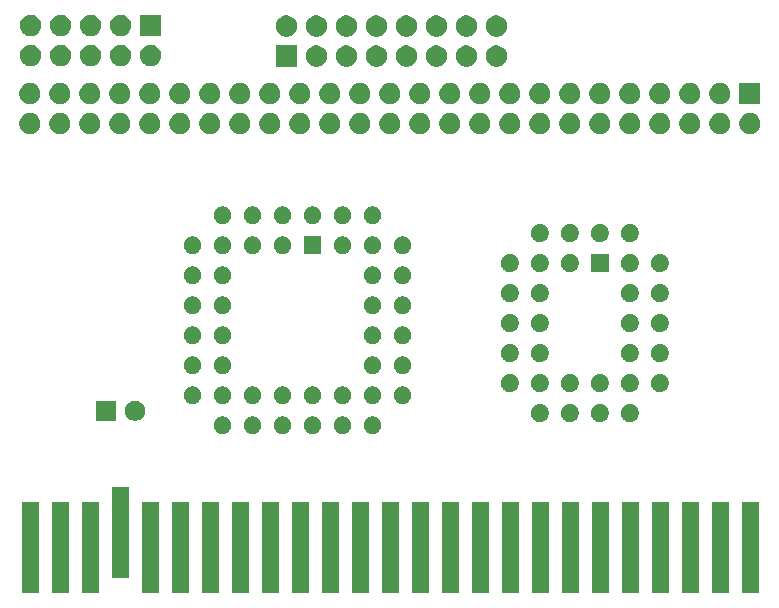
<source format=gbr>
G04 #@! TF.GenerationSoftware,KiCad,Pcbnew,5.1.5+dfsg1-2build2*
G04 #@! TF.CreationDate,2021-12-26T10:41:42+01:00*
G04 #@! TF.ProjectId,MSX USB Drive,4d535820-5553-4422-9044-726976652e6b,rev?*
G04 #@! TF.SameCoordinates,Original*
G04 #@! TF.FileFunction,Soldermask,Top*
G04 #@! TF.FilePolarity,Negative*
%FSLAX46Y46*%
G04 Gerber Fmt 4.6, Leading zero omitted, Abs format (unit mm)*
G04 Created by KiCad (PCBNEW 5.1.5+dfsg1-2build2) date 2021-12-26 10:41:42*
%MOMM*%
%LPD*%
G04 APERTURE LIST*
%ADD10C,0.100000*%
G04 APERTURE END LIST*
D10*
G36*
X617906000Y662699000D02*
G01*
X616534000Y662699000D01*
X616534000Y670421000D01*
X617906000Y670421000D01*
X617906000Y662699000D01*
G37*
G36*
X638226000Y662699000D02*
G01*
X636854000Y662699000D01*
X636854000Y670421000D01*
X638226000Y670421000D01*
X638226000Y662699000D01*
G37*
G36*
X620446000Y662699000D02*
G01*
X619074000Y662699000D01*
X619074000Y670421000D01*
X620446000Y670421000D01*
X620446000Y662699000D01*
G37*
G36*
X628066000Y662699000D02*
G01*
X626694000Y662699000D01*
X626694000Y670421000D01*
X628066000Y670421000D01*
X628066000Y662699000D01*
G37*
G36*
X630606000Y662699000D02*
G01*
X629234000Y662699000D01*
X629234000Y670421000D01*
X630606000Y670421000D01*
X630606000Y662699000D01*
G37*
G36*
X633146000Y662699000D02*
G01*
X631774000Y662699000D01*
X631774000Y670421000D01*
X633146000Y670421000D01*
X633146000Y662699000D01*
G37*
G36*
X635686000Y662699000D02*
G01*
X634314000Y662699000D01*
X634314000Y670421000D01*
X635686000Y670421000D01*
X635686000Y662699000D01*
G37*
G36*
X625526000Y662699000D02*
G01*
X624154000Y662699000D01*
X624154000Y670421000D01*
X625526000Y670421000D01*
X625526000Y662699000D01*
G37*
G36*
X656006000Y662699000D02*
G01*
X654634000Y662699000D01*
X654634000Y670421000D01*
X656006000Y670421000D01*
X656006000Y662699000D01*
G37*
G36*
X645846000Y662699000D02*
G01*
X644474000Y662699000D01*
X644474000Y670421000D01*
X645846000Y670421000D01*
X645846000Y662699000D01*
G37*
G36*
X653466000Y662699000D02*
G01*
X652094000Y662699000D01*
X652094000Y670421000D01*
X653466000Y670421000D01*
X653466000Y662699000D01*
G37*
G36*
X648386000Y662699000D02*
G01*
X647014000Y662699000D01*
X647014000Y670421000D01*
X648386000Y670421000D01*
X648386000Y662699000D01*
G37*
G36*
X650926000Y662699000D02*
G01*
X649554000Y662699000D01*
X649554000Y670421000D01*
X650926000Y670421000D01*
X650926000Y662699000D01*
G37*
G36*
X643306000Y662699000D02*
G01*
X641934000Y662699000D01*
X641934000Y670421000D01*
X643306000Y670421000D01*
X643306000Y662699000D01*
G37*
G36*
X640766000Y662699000D02*
G01*
X639394000Y662699000D01*
X639394000Y670421000D01*
X640766000Y670421000D01*
X640766000Y662699000D01*
G37*
G36*
X615366000Y662699000D02*
G01*
X613994000Y662699000D01*
X613994000Y670421000D01*
X615366000Y670421000D01*
X615366000Y662699000D01*
G37*
G36*
X666166000Y662699000D02*
G01*
X664794000Y662699000D01*
X664794000Y670421000D01*
X666166000Y670421000D01*
X666166000Y662699000D01*
G37*
G36*
X676326000Y662699000D02*
G01*
X674954000Y662699000D01*
X674954000Y670421000D01*
X676326000Y670421000D01*
X676326000Y662699000D01*
G37*
G36*
X668706000Y662699000D02*
G01*
X667334000Y662699000D01*
X667334000Y670421000D01*
X668706000Y670421000D01*
X668706000Y662699000D01*
G37*
G36*
X663626000Y662699000D02*
G01*
X662254000Y662699000D01*
X662254000Y670421000D01*
X663626000Y670421000D01*
X663626000Y662699000D01*
G37*
G36*
X661086000Y662699000D02*
G01*
X659714000Y662699000D01*
X659714000Y670421000D01*
X661086000Y670421000D01*
X661086000Y662699000D01*
G37*
G36*
X658546000Y662699000D02*
G01*
X657174000Y662699000D01*
X657174000Y670421000D01*
X658546000Y670421000D01*
X658546000Y662699000D01*
G37*
G36*
X671246000Y662699000D02*
G01*
X669874000Y662699000D01*
X669874000Y670421000D01*
X671246000Y670421000D01*
X671246000Y662699000D01*
G37*
G36*
X673786000Y662699000D02*
G01*
X672414000Y662699000D01*
X672414000Y670421000D01*
X673786000Y670421000D01*
X673786000Y662699000D01*
G37*
G36*
X622986000Y663969000D02*
G01*
X621614000Y663969000D01*
X621614000Y671691000D01*
X622986000Y671691000D01*
X622986000Y663969000D01*
G37*
G36*
X641190425Y677655401D02*
G01*
X641314621Y677630698D01*
X641451022Y677574199D01*
X641573779Y677492175D01*
X641678175Y677387779D01*
X641760199Y677265022D01*
X641816698Y677128621D01*
X641845500Y676983819D01*
X641845500Y676836181D01*
X641816698Y676691379D01*
X641760199Y676554978D01*
X641678175Y676432221D01*
X641573779Y676327825D01*
X641451022Y676245801D01*
X641314621Y676189302D01*
X641190425Y676164599D01*
X641169820Y676160500D01*
X641022180Y676160500D01*
X641001575Y676164599D01*
X640877379Y676189302D01*
X640740978Y676245801D01*
X640618221Y676327825D01*
X640513825Y676432221D01*
X640431801Y676554978D01*
X640375302Y676691379D01*
X640346500Y676836181D01*
X640346500Y676983819D01*
X640375302Y677128621D01*
X640431801Y677265022D01*
X640513825Y677387779D01*
X640618221Y677492175D01*
X640740978Y677574199D01*
X640877379Y677630698D01*
X641001575Y677655401D01*
X641022180Y677659500D01*
X641169820Y677659500D01*
X641190425Y677655401D01*
G37*
G36*
X631030425Y677655401D02*
G01*
X631154621Y677630698D01*
X631291022Y677574199D01*
X631413779Y677492175D01*
X631518175Y677387779D01*
X631600199Y677265022D01*
X631656698Y677128621D01*
X631685500Y676983819D01*
X631685500Y676836181D01*
X631656698Y676691379D01*
X631600199Y676554978D01*
X631518175Y676432221D01*
X631413779Y676327825D01*
X631291022Y676245801D01*
X631154621Y676189302D01*
X631030425Y676164599D01*
X631009820Y676160500D01*
X630862180Y676160500D01*
X630841575Y676164599D01*
X630717379Y676189302D01*
X630580978Y676245801D01*
X630458221Y676327825D01*
X630353825Y676432221D01*
X630271801Y676554978D01*
X630215302Y676691379D01*
X630186500Y676836181D01*
X630186500Y676983819D01*
X630215302Y677128621D01*
X630271801Y677265022D01*
X630353825Y677387779D01*
X630458221Y677492175D01*
X630580978Y677574199D01*
X630717379Y677630698D01*
X630841575Y677655401D01*
X630862180Y677659500D01*
X631009820Y677659500D01*
X631030425Y677655401D01*
G37*
G36*
X633570425Y677655401D02*
G01*
X633694621Y677630698D01*
X633831022Y677574199D01*
X633953779Y677492175D01*
X634058175Y677387779D01*
X634140199Y677265022D01*
X634196698Y677128621D01*
X634225500Y676983819D01*
X634225500Y676836181D01*
X634196698Y676691379D01*
X634140199Y676554978D01*
X634058175Y676432221D01*
X633953779Y676327825D01*
X633831022Y676245801D01*
X633694621Y676189302D01*
X633570425Y676164599D01*
X633549820Y676160500D01*
X633402180Y676160500D01*
X633381575Y676164599D01*
X633257379Y676189302D01*
X633120978Y676245801D01*
X632998221Y676327825D01*
X632893825Y676432221D01*
X632811801Y676554978D01*
X632755302Y676691379D01*
X632726500Y676836181D01*
X632726500Y676983819D01*
X632755302Y677128621D01*
X632811801Y677265022D01*
X632893825Y677387779D01*
X632998221Y677492175D01*
X633120978Y677574199D01*
X633257379Y677630698D01*
X633381575Y677655401D01*
X633402180Y677659500D01*
X633549820Y677659500D01*
X633570425Y677655401D01*
G37*
G36*
X636110425Y677655401D02*
G01*
X636234621Y677630698D01*
X636371022Y677574199D01*
X636493779Y677492175D01*
X636598175Y677387779D01*
X636680199Y677265022D01*
X636736698Y677128621D01*
X636765500Y676983819D01*
X636765500Y676836181D01*
X636736698Y676691379D01*
X636680199Y676554978D01*
X636598175Y676432221D01*
X636493779Y676327825D01*
X636371022Y676245801D01*
X636234621Y676189302D01*
X636110425Y676164599D01*
X636089820Y676160500D01*
X635942180Y676160500D01*
X635921575Y676164599D01*
X635797379Y676189302D01*
X635660978Y676245801D01*
X635538221Y676327825D01*
X635433825Y676432221D01*
X635351801Y676554978D01*
X635295302Y676691379D01*
X635266500Y676836181D01*
X635266500Y676983819D01*
X635295302Y677128621D01*
X635351801Y677265022D01*
X635433825Y677387779D01*
X635538221Y677492175D01*
X635660978Y677574199D01*
X635797379Y677630698D01*
X635921575Y677655401D01*
X635942180Y677659500D01*
X636089820Y677659500D01*
X636110425Y677655401D01*
G37*
G36*
X638650425Y677655401D02*
G01*
X638774621Y677630698D01*
X638911022Y677574199D01*
X639033779Y677492175D01*
X639138175Y677387779D01*
X639220199Y677265022D01*
X639276698Y677128621D01*
X639305500Y676983819D01*
X639305500Y676836181D01*
X639276698Y676691379D01*
X639220199Y676554978D01*
X639138175Y676432221D01*
X639033779Y676327825D01*
X638911022Y676245801D01*
X638774621Y676189302D01*
X638650425Y676164599D01*
X638629820Y676160500D01*
X638482180Y676160500D01*
X638461575Y676164599D01*
X638337379Y676189302D01*
X638200978Y676245801D01*
X638078221Y676327825D01*
X637973825Y676432221D01*
X637891801Y676554978D01*
X637835302Y676691379D01*
X637806500Y676836181D01*
X637806500Y676983819D01*
X637835302Y677128621D01*
X637891801Y677265022D01*
X637973825Y677387779D01*
X638078221Y677492175D01*
X638200978Y677574199D01*
X638337379Y677630698D01*
X638461575Y677655401D01*
X638482180Y677659500D01*
X638629820Y677659500D01*
X638650425Y677655401D01*
G37*
G36*
X643730425Y677655401D02*
G01*
X643854621Y677630698D01*
X643991022Y677574199D01*
X644113779Y677492175D01*
X644218175Y677387779D01*
X644300199Y677265022D01*
X644356698Y677128621D01*
X644385500Y676983819D01*
X644385500Y676836181D01*
X644356698Y676691379D01*
X644300199Y676554978D01*
X644218175Y676432221D01*
X644113779Y676327825D01*
X643991022Y676245801D01*
X643854621Y676189302D01*
X643730425Y676164599D01*
X643709820Y676160500D01*
X643562180Y676160500D01*
X643541575Y676164599D01*
X643417379Y676189302D01*
X643280978Y676245801D01*
X643158221Y676327825D01*
X643053825Y676432221D01*
X642971801Y676554978D01*
X642915302Y676691379D01*
X642886500Y676836181D01*
X642886500Y676983819D01*
X642915302Y677128621D01*
X642971801Y677265022D01*
X643053825Y677387779D01*
X643158221Y677492175D01*
X643280978Y677574199D01*
X643417379Y677630698D01*
X643541575Y677655401D01*
X643562180Y677659500D01*
X643709820Y677659500D01*
X643730425Y677655401D01*
G37*
G36*
X660558325Y678658910D02*
G01*
X660697038Y678601453D01*
X660821872Y678518042D01*
X660928042Y678411872D01*
X661011453Y678287038D01*
X661068910Y678148325D01*
X661098200Y678001071D01*
X661098200Y677850929D01*
X661068910Y677703675D01*
X661011453Y677564962D01*
X660928042Y677440128D01*
X660821872Y677333958D01*
X660697038Y677250547D01*
X660558325Y677193090D01*
X660411071Y677163800D01*
X660260929Y677163800D01*
X660113675Y677193090D01*
X659974962Y677250547D01*
X659850128Y677333958D01*
X659743958Y677440128D01*
X659660547Y677564962D01*
X659603090Y677703675D01*
X659573800Y677850929D01*
X659573800Y678001071D01*
X659603090Y678148325D01*
X659660547Y678287038D01*
X659743958Y678411872D01*
X659850128Y678518042D01*
X659974962Y678601453D01*
X660113675Y678658910D01*
X660260929Y678688200D01*
X660411071Y678688200D01*
X660558325Y678658910D01*
G37*
G36*
X658018325Y678658910D02*
G01*
X658157038Y678601453D01*
X658281872Y678518042D01*
X658388042Y678411872D01*
X658471453Y678287038D01*
X658528910Y678148325D01*
X658558200Y678001071D01*
X658558200Y677850929D01*
X658528910Y677703675D01*
X658471453Y677564962D01*
X658388042Y677440128D01*
X658281872Y677333958D01*
X658157038Y677250547D01*
X658018325Y677193090D01*
X657871071Y677163800D01*
X657720929Y677163800D01*
X657573675Y677193090D01*
X657434962Y677250547D01*
X657310128Y677333958D01*
X657203958Y677440128D01*
X657120547Y677564962D01*
X657063090Y677703675D01*
X657033800Y677850929D01*
X657033800Y678001071D01*
X657063090Y678148325D01*
X657120547Y678287038D01*
X657203958Y678411872D01*
X657310128Y678518042D01*
X657434962Y678601453D01*
X657573675Y678658910D01*
X657720929Y678688200D01*
X657871071Y678688200D01*
X658018325Y678658910D01*
G37*
G36*
X663098325Y678658910D02*
G01*
X663237038Y678601453D01*
X663361872Y678518042D01*
X663468042Y678411872D01*
X663551453Y678287038D01*
X663608910Y678148325D01*
X663638200Y678001071D01*
X663638200Y677850929D01*
X663608910Y677703675D01*
X663551453Y677564962D01*
X663468042Y677440128D01*
X663361872Y677333958D01*
X663237038Y677250547D01*
X663098325Y677193090D01*
X662951071Y677163800D01*
X662800929Y677163800D01*
X662653675Y677193090D01*
X662514962Y677250547D01*
X662390128Y677333958D01*
X662283958Y677440128D01*
X662200547Y677564962D01*
X662143090Y677703675D01*
X662113800Y677850929D01*
X662113800Y678001071D01*
X662143090Y678148325D01*
X662200547Y678287038D01*
X662283958Y678411872D01*
X662390128Y678518042D01*
X662514962Y678601453D01*
X662653675Y678658910D01*
X662800929Y678688200D01*
X662951071Y678688200D01*
X663098325Y678658910D01*
G37*
G36*
X665638325Y678658910D02*
G01*
X665777038Y678601453D01*
X665901872Y678518042D01*
X666008042Y678411872D01*
X666091453Y678287038D01*
X666148910Y678148325D01*
X666178200Y678001071D01*
X666178200Y677850929D01*
X666148910Y677703675D01*
X666091453Y677564962D01*
X666008042Y677440128D01*
X665901872Y677333958D01*
X665777038Y677250547D01*
X665638325Y677193090D01*
X665491071Y677163800D01*
X665340929Y677163800D01*
X665193675Y677193090D01*
X665054962Y677250547D01*
X664930128Y677333958D01*
X664823958Y677440128D01*
X664740547Y677564962D01*
X664683090Y677703675D01*
X664653800Y677850929D01*
X664653800Y678001071D01*
X664683090Y678148325D01*
X664740547Y678287038D01*
X664823958Y678411872D01*
X664930128Y678518042D01*
X665054962Y678601453D01*
X665193675Y678658910D01*
X665340929Y678688200D01*
X665491071Y678688200D01*
X665638325Y678658910D01*
G37*
G36*
X623778228Y678934297D02*
G01*
X623933100Y678870147D01*
X624072481Y678777015D01*
X624191015Y678658481D01*
X624284147Y678519100D01*
X624348297Y678364228D01*
X624381000Y678199816D01*
X624381000Y678032184D01*
X624348297Y677867772D01*
X624284147Y677712900D01*
X624191015Y677573519D01*
X624072481Y677454985D01*
X623933100Y677361853D01*
X623778228Y677297703D01*
X623613816Y677265000D01*
X623446184Y677265000D01*
X623281772Y677297703D01*
X623126900Y677361853D01*
X622987519Y677454985D01*
X622868985Y677573519D01*
X622775853Y677712900D01*
X622711703Y677867772D01*
X622679000Y678032184D01*
X622679000Y678199816D01*
X622711703Y678364228D01*
X622775853Y678519100D01*
X622868985Y678658481D01*
X622987519Y678777015D01*
X623126900Y678870147D01*
X623281772Y678934297D01*
X623446184Y678967000D01*
X623613816Y678967000D01*
X623778228Y678934297D01*
G37*
G36*
X621881000Y677265000D02*
G01*
X620179000Y677265000D01*
X620179000Y678967000D01*
X621881000Y678967000D01*
X621881000Y677265000D01*
G37*
G36*
X631030425Y680195401D02*
G01*
X631154621Y680170698D01*
X631291022Y680114199D01*
X631413779Y680032175D01*
X631518175Y679927779D01*
X631600199Y679805022D01*
X631656698Y679668621D01*
X631685500Y679523819D01*
X631685500Y679376181D01*
X631656698Y679231379D01*
X631600199Y679094978D01*
X631518175Y678972221D01*
X631413779Y678867825D01*
X631291022Y678785801D01*
X631154621Y678729302D01*
X631030425Y678704599D01*
X631009820Y678700500D01*
X630862180Y678700500D01*
X630841575Y678704599D01*
X630717379Y678729302D01*
X630580978Y678785801D01*
X630458221Y678867825D01*
X630353825Y678972221D01*
X630271801Y679094978D01*
X630215302Y679231379D01*
X630186500Y679376181D01*
X630186500Y679523819D01*
X630215302Y679668621D01*
X630271801Y679805022D01*
X630353825Y679927779D01*
X630458221Y680032175D01*
X630580978Y680114199D01*
X630717379Y680170698D01*
X630841575Y680195401D01*
X630862180Y680199500D01*
X631009820Y680199500D01*
X631030425Y680195401D01*
G37*
G36*
X628490425Y680195401D02*
G01*
X628614621Y680170698D01*
X628751022Y680114199D01*
X628873779Y680032175D01*
X628978175Y679927779D01*
X629060199Y679805022D01*
X629116698Y679668621D01*
X629145500Y679523819D01*
X629145500Y679376181D01*
X629116698Y679231379D01*
X629060199Y679094978D01*
X628978175Y678972221D01*
X628873779Y678867825D01*
X628751022Y678785801D01*
X628614621Y678729302D01*
X628490425Y678704599D01*
X628469820Y678700500D01*
X628322180Y678700500D01*
X628301575Y678704599D01*
X628177379Y678729302D01*
X628040978Y678785801D01*
X627918221Y678867825D01*
X627813825Y678972221D01*
X627731801Y679094978D01*
X627675302Y679231379D01*
X627646500Y679376181D01*
X627646500Y679523819D01*
X627675302Y679668621D01*
X627731801Y679805022D01*
X627813825Y679927779D01*
X627918221Y680032175D01*
X628040978Y680114199D01*
X628177379Y680170698D01*
X628301575Y680195401D01*
X628322180Y680199500D01*
X628469820Y680199500D01*
X628490425Y680195401D01*
G37*
G36*
X643730425Y680195401D02*
G01*
X643854621Y680170698D01*
X643991022Y680114199D01*
X644113779Y680032175D01*
X644218175Y679927779D01*
X644300199Y679805022D01*
X644356698Y679668621D01*
X644385500Y679523819D01*
X644385500Y679376181D01*
X644356698Y679231379D01*
X644300199Y679094978D01*
X644218175Y678972221D01*
X644113779Y678867825D01*
X643991022Y678785801D01*
X643854621Y678729302D01*
X643730425Y678704599D01*
X643709820Y678700500D01*
X643562180Y678700500D01*
X643541575Y678704599D01*
X643417379Y678729302D01*
X643280978Y678785801D01*
X643158221Y678867825D01*
X643053825Y678972221D01*
X642971801Y679094978D01*
X642915302Y679231379D01*
X642886500Y679376181D01*
X642886500Y679523819D01*
X642915302Y679668621D01*
X642971801Y679805022D01*
X643053825Y679927779D01*
X643158221Y680032175D01*
X643280978Y680114199D01*
X643417379Y680170698D01*
X643541575Y680195401D01*
X643562180Y680199500D01*
X643709820Y680199500D01*
X643730425Y680195401D01*
G37*
G36*
X633570425Y680195401D02*
G01*
X633694621Y680170698D01*
X633831022Y680114199D01*
X633953779Y680032175D01*
X634058175Y679927779D01*
X634140199Y679805022D01*
X634196698Y679668621D01*
X634225500Y679523819D01*
X634225500Y679376181D01*
X634196698Y679231379D01*
X634140199Y679094978D01*
X634058175Y678972221D01*
X633953779Y678867825D01*
X633831022Y678785801D01*
X633694621Y678729302D01*
X633570425Y678704599D01*
X633549820Y678700500D01*
X633402180Y678700500D01*
X633381575Y678704599D01*
X633257379Y678729302D01*
X633120978Y678785801D01*
X632998221Y678867825D01*
X632893825Y678972221D01*
X632811801Y679094978D01*
X632755302Y679231379D01*
X632726500Y679376181D01*
X632726500Y679523819D01*
X632755302Y679668621D01*
X632811801Y679805022D01*
X632893825Y679927779D01*
X632998221Y680032175D01*
X633120978Y680114199D01*
X633257379Y680170698D01*
X633381575Y680195401D01*
X633402180Y680199500D01*
X633549820Y680199500D01*
X633570425Y680195401D01*
G37*
G36*
X646270425Y680195401D02*
G01*
X646394621Y680170698D01*
X646531022Y680114199D01*
X646653779Y680032175D01*
X646758175Y679927779D01*
X646840199Y679805022D01*
X646896698Y679668621D01*
X646925500Y679523819D01*
X646925500Y679376181D01*
X646896698Y679231379D01*
X646840199Y679094978D01*
X646758175Y678972221D01*
X646653779Y678867825D01*
X646531022Y678785801D01*
X646394621Y678729302D01*
X646270425Y678704599D01*
X646249820Y678700500D01*
X646102180Y678700500D01*
X646081575Y678704599D01*
X645957379Y678729302D01*
X645820978Y678785801D01*
X645698221Y678867825D01*
X645593825Y678972221D01*
X645511801Y679094978D01*
X645455302Y679231379D01*
X645426500Y679376181D01*
X645426500Y679523819D01*
X645455302Y679668621D01*
X645511801Y679805022D01*
X645593825Y679927779D01*
X645698221Y680032175D01*
X645820978Y680114199D01*
X645957379Y680170698D01*
X646081575Y680195401D01*
X646102180Y680199500D01*
X646249820Y680199500D01*
X646270425Y680195401D01*
G37*
G36*
X638650425Y680195401D02*
G01*
X638774621Y680170698D01*
X638911022Y680114199D01*
X639033779Y680032175D01*
X639138175Y679927779D01*
X639220199Y679805022D01*
X639276698Y679668621D01*
X639305500Y679523819D01*
X639305500Y679376181D01*
X639276698Y679231379D01*
X639220199Y679094978D01*
X639138175Y678972221D01*
X639033779Y678867825D01*
X638911022Y678785801D01*
X638774621Y678729302D01*
X638650425Y678704599D01*
X638629820Y678700500D01*
X638482180Y678700500D01*
X638461575Y678704599D01*
X638337379Y678729302D01*
X638200978Y678785801D01*
X638078221Y678867825D01*
X637973825Y678972221D01*
X637891801Y679094978D01*
X637835302Y679231379D01*
X637806500Y679376181D01*
X637806500Y679523819D01*
X637835302Y679668621D01*
X637891801Y679805022D01*
X637973825Y679927779D01*
X638078221Y680032175D01*
X638200978Y680114199D01*
X638337379Y680170698D01*
X638461575Y680195401D01*
X638482180Y680199500D01*
X638629820Y680199500D01*
X638650425Y680195401D01*
G37*
G36*
X641190425Y680195401D02*
G01*
X641314621Y680170698D01*
X641451022Y680114199D01*
X641573779Y680032175D01*
X641678175Y679927779D01*
X641760199Y679805022D01*
X641816698Y679668621D01*
X641845500Y679523819D01*
X641845500Y679376181D01*
X641816698Y679231379D01*
X641760199Y679094978D01*
X641678175Y678972221D01*
X641573779Y678867825D01*
X641451022Y678785801D01*
X641314621Y678729302D01*
X641190425Y678704599D01*
X641169820Y678700500D01*
X641022180Y678700500D01*
X641001575Y678704599D01*
X640877379Y678729302D01*
X640740978Y678785801D01*
X640618221Y678867825D01*
X640513825Y678972221D01*
X640431801Y679094978D01*
X640375302Y679231379D01*
X640346500Y679376181D01*
X640346500Y679523819D01*
X640375302Y679668621D01*
X640431801Y679805022D01*
X640513825Y679927779D01*
X640618221Y680032175D01*
X640740978Y680114199D01*
X640877379Y680170698D01*
X641001575Y680195401D01*
X641022180Y680199500D01*
X641169820Y680199500D01*
X641190425Y680195401D01*
G37*
G36*
X636110425Y680195401D02*
G01*
X636234621Y680170698D01*
X636371022Y680114199D01*
X636493779Y680032175D01*
X636598175Y679927779D01*
X636680199Y679805022D01*
X636736698Y679668621D01*
X636765500Y679523819D01*
X636765500Y679376181D01*
X636736698Y679231379D01*
X636680199Y679094978D01*
X636598175Y678972221D01*
X636493779Y678867825D01*
X636371022Y678785801D01*
X636234621Y678729302D01*
X636110425Y678704599D01*
X636089820Y678700500D01*
X635942180Y678700500D01*
X635921575Y678704599D01*
X635797379Y678729302D01*
X635660978Y678785801D01*
X635538221Y678867825D01*
X635433825Y678972221D01*
X635351801Y679094978D01*
X635295302Y679231379D01*
X635266500Y679376181D01*
X635266500Y679523819D01*
X635295302Y679668621D01*
X635351801Y679805022D01*
X635433825Y679927779D01*
X635538221Y680032175D01*
X635660978Y680114199D01*
X635797379Y680170698D01*
X635921575Y680195401D01*
X635942180Y680199500D01*
X636089820Y680199500D01*
X636110425Y680195401D01*
G37*
G36*
X658018325Y681198910D02*
G01*
X658157038Y681141453D01*
X658281872Y681058042D01*
X658388042Y680951872D01*
X658471453Y680827038D01*
X658528910Y680688325D01*
X658558200Y680541071D01*
X658558200Y680390929D01*
X658528910Y680243675D01*
X658471453Y680104962D01*
X658388042Y679980128D01*
X658281872Y679873958D01*
X658157038Y679790547D01*
X658018325Y679733090D01*
X657871071Y679703800D01*
X657720929Y679703800D01*
X657573675Y679733090D01*
X657434962Y679790547D01*
X657310128Y679873958D01*
X657203958Y679980128D01*
X657120547Y680104962D01*
X657063090Y680243675D01*
X657033800Y680390929D01*
X657033800Y680541071D01*
X657063090Y680688325D01*
X657120547Y680827038D01*
X657203958Y680951872D01*
X657310128Y681058042D01*
X657434962Y681141453D01*
X657573675Y681198910D01*
X657720929Y681228200D01*
X657871071Y681228200D01*
X658018325Y681198910D01*
G37*
G36*
X660558325Y681198910D02*
G01*
X660697038Y681141453D01*
X660821872Y681058042D01*
X660928042Y680951872D01*
X661011453Y680827038D01*
X661068910Y680688325D01*
X661098200Y680541071D01*
X661098200Y680390929D01*
X661068910Y680243675D01*
X661011453Y680104962D01*
X660928042Y679980128D01*
X660821872Y679873958D01*
X660697038Y679790547D01*
X660558325Y679733090D01*
X660411071Y679703800D01*
X660260929Y679703800D01*
X660113675Y679733090D01*
X659974962Y679790547D01*
X659850128Y679873958D01*
X659743958Y679980128D01*
X659660547Y680104962D01*
X659603090Y680243675D01*
X659573800Y680390929D01*
X659573800Y680541071D01*
X659603090Y680688325D01*
X659660547Y680827038D01*
X659743958Y680951872D01*
X659850128Y681058042D01*
X659974962Y681141453D01*
X660113675Y681198910D01*
X660260929Y681228200D01*
X660411071Y681228200D01*
X660558325Y681198910D01*
G37*
G36*
X655478325Y681198910D02*
G01*
X655617038Y681141453D01*
X655741872Y681058042D01*
X655848042Y680951872D01*
X655931453Y680827038D01*
X655988910Y680688325D01*
X656018200Y680541071D01*
X656018200Y680390929D01*
X655988910Y680243675D01*
X655931453Y680104962D01*
X655848042Y679980128D01*
X655741872Y679873958D01*
X655617038Y679790547D01*
X655478325Y679733090D01*
X655331071Y679703800D01*
X655180929Y679703800D01*
X655033675Y679733090D01*
X654894962Y679790547D01*
X654770128Y679873958D01*
X654663958Y679980128D01*
X654580547Y680104962D01*
X654523090Y680243675D01*
X654493800Y680390929D01*
X654493800Y680541071D01*
X654523090Y680688325D01*
X654580547Y680827038D01*
X654663958Y680951872D01*
X654770128Y681058042D01*
X654894962Y681141453D01*
X655033675Y681198910D01*
X655180929Y681228200D01*
X655331071Y681228200D01*
X655478325Y681198910D01*
G37*
G36*
X663098325Y681198910D02*
G01*
X663237038Y681141453D01*
X663361872Y681058042D01*
X663468042Y680951872D01*
X663551453Y680827038D01*
X663608910Y680688325D01*
X663638200Y680541071D01*
X663638200Y680390929D01*
X663608910Y680243675D01*
X663551453Y680104962D01*
X663468042Y679980128D01*
X663361872Y679873958D01*
X663237038Y679790547D01*
X663098325Y679733090D01*
X662951071Y679703800D01*
X662800929Y679703800D01*
X662653675Y679733090D01*
X662514962Y679790547D01*
X662390128Y679873958D01*
X662283958Y679980128D01*
X662200547Y680104962D01*
X662143090Y680243675D01*
X662113800Y680390929D01*
X662113800Y680541071D01*
X662143090Y680688325D01*
X662200547Y680827038D01*
X662283958Y680951872D01*
X662390128Y681058042D01*
X662514962Y681141453D01*
X662653675Y681198910D01*
X662800929Y681228200D01*
X662951071Y681228200D01*
X663098325Y681198910D01*
G37*
G36*
X668178325Y681198910D02*
G01*
X668317038Y681141453D01*
X668441872Y681058042D01*
X668548042Y680951872D01*
X668631453Y680827038D01*
X668688910Y680688325D01*
X668718200Y680541071D01*
X668718200Y680390929D01*
X668688910Y680243675D01*
X668631453Y680104962D01*
X668548042Y679980128D01*
X668441872Y679873958D01*
X668317038Y679790547D01*
X668178325Y679733090D01*
X668031071Y679703800D01*
X667880929Y679703800D01*
X667733675Y679733090D01*
X667594962Y679790547D01*
X667470128Y679873958D01*
X667363958Y679980128D01*
X667280547Y680104962D01*
X667223090Y680243675D01*
X667193800Y680390929D01*
X667193800Y680541071D01*
X667223090Y680688325D01*
X667280547Y680827038D01*
X667363958Y680951872D01*
X667470128Y681058042D01*
X667594962Y681141453D01*
X667733675Y681198910D01*
X667880929Y681228200D01*
X668031071Y681228200D01*
X668178325Y681198910D01*
G37*
G36*
X665638325Y681198910D02*
G01*
X665777038Y681141453D01*
X665901872Y681058042D01*
X666008042Y680951872D01*
X666091453Y680827038D01*
X666148910Y680688325D01*
X666178200Y680541071D01*
X666178200Y680390929D01*
X666148910Y680243675D01*
X666091453Y680104962D01*
X666008042Y679980128D01*
X665901872Y679873958D01*
X665777038Y679790547D01*
X665638325Y679733090D01*
X665491071Y679703800D01*
X665340929Y679703800D01*
X665193675Y679733090D01*
X665054962Y679790547D01*
X664930128Y679873958D01*
X664823958Y679980128D01*
X664740547Y680104962D01*
X664683090Y680243675D01*
X664653800Y680390929D01*
X664653800Y680541071D01*
X664683090Y680688325D01*
X664740547Y680827038D01*
X664823958Y680951872D01*
X664930128Y681058042D01*
X665054962Y681141453D01*
X665193675Y681198910D01*
X665340929Y681228200D01*
X665491071Y681228200D01*
X665638325Y681198910D01*
G37*
G36*
X631030425Y682735401D02*
G01*
X631154621Y682710698D01*
X631291022Y682654199D01*
X631413779Y682572175D01*
X631518175Y682467779D01*
X631600199Y682345022D01*
X631656698Y682208621D01*
X631685500Y682063819D01*
X631685500Y681916181D01*
X631656698Y681771379D01*
X631600199Y681634978D01*
X631518175Y681512221D01*
X631413779Y681407825D01*
X631291022Y681325801D01*
X631154621Y681269302D01*
X631030425Y681244599D01*
X631009820Y681240500D01*
X630862180Y681240500D01*
X630841575Y681244599D01*
X630717379Y681269302D01*
X630580978Y681325801D01*
X630458221Y681407825D01*
X630353825Y681512221D01*
X630271801Y681634978D01*
X630215302Y681771379D01*
X630186500Y681916181D01*
X630186500Y682063819D01*
X630215302Y682208621D01*
X630271801Y682345022D01*
X630353825Y682467779D01*
X630458221Y682572175D01*
X630580978Y682654199D01*
X630717379Y682710698D01*
X630841575Y682735401D01*
X630862180Y682739500D01*
X631009820Y682739500D01*
X631030425Y682735401D01*
G37*
G36*
X643730425Y682735401D02*
G01*
X643854621Y682710698D01*
X643991022Y682654199D01*
X644113779Y682572175D01*
X644218175Y682467779D01*
X644300199Y682345022D01*
X644356698Y682208621D01*
X644385500Y682063819D01*
X644385500Y681916181D01*
X644356698Y681771379D01*
X644300199Y681634978D01*
X644218175Y681512221D01*
X644113779Y681407825D01*
X643991022Y681325801D01*
X643854621Y681269302D01*
X643730425Y681244599D01*
X643709820Y681240500D01*
X643562180Y681240500D01*
X643541575Y681244599D01*
X643417379Y681269302D01*
X643280978Y681325801D01*
X643158221Y681407825D01*
X643053825Y681512221D01*
X642971801Y681634978D01*
X642915302Y681771379D01*
X642886500Y681916181D01*
X642886500Y682063819D01*
X642915302Y682208621D01*
X642971801Y682345022D01*
X643053825Y682467779D01*
X643158221Y682572175D01*
X643280978Y682654199D01*
X643417379Y682710698D01*
X643541575Y682735401D01*
X643562180Y682739500D01*
X643709820Y682739500D01*
X643730425Y682735401D01*
G37*
G36*
X628490425Y682735401D02*
G01*
X628614621Y682710698D01*
X628751022Y682654199D01*
X628873779Y682572175D01*
X628978175Y682467779D01*
X629060199Y682345022D01*
X629116698Y682208621D01*
X629145500Y682063819D01*
X629145500Y681916181D01*
X629116698Y681771379D01*
X629060199Y681634978D01*
X628978175Y681512221D01*
X628873779Y681407825D01*
X628751022Y681325801D01*
X628614621Y681269302D01*
X628490425Y681244599D01*
X628469820Y681240500D01*
X628322180Y681240500D01*
X628301575Y681244599D01*
X628177379Y681269302D01*
X628040978Y681325801D01*
X627918221Y681407825D01*
X627813825Y681512221D01*
X627731801Y681634978D01*
X627675302Y681771379D01*
X627646500Y681916181D01*
X627646500Y682063819D01*
X627675302Y682208621D01*
X627731801Y682345022D01*
X627813825Y682467779D01*
X627918221Y682572175D01*
X628040978Y682654199D01*
X628177379Y682710698D01*
X628301575Y682735401D01*
X628322180Y682739500D01*
X628469820Y682739500D01*
X628490425Y682735401D01*
G37*
G36*
X646270425Y682735401D02*
G01*
X646394621Y682710698D01*
X646531022Y682654199D01*
X646653779Y682572175D01*
X646758175Y682467779D01*
X646840199Y682345022D01*
X646896698Y682208621D01*
X646925500Y682063819D01*
X646925500Y681916181D01*
X646896698Y681771379D01*
X646840199Y681634978D01*
X646758175Y681512221D01*
X646653779Y681407825D01*
X646531022Y681325801D01*
X646394621Y681269302D01*
X646270425Y681244599D01*
X646249820Y681240500D01*
X646102180Y681240500D01*
X646081575Y681244599D01*
X645957379Y681269302D01*
X645820978Y681325801D01*
X645698221Y681407825D01*
X645593825Y681512221D01*
X645511801Y681634978D01*
X645455302Y681771379D01*
X645426500Y681916181D01*
X645426500Y682063819D01*
X645455302Y682208621D01*
X645511801Y682345022D01*
X645593825Y682467779D01*
X645698221Y682572175D01*
X645820978Y682654199D01*
X645957379Y682710698D01*
X646081575Y682735401D01*
X646102180Y682739500D01*
X646249820Y682739500D01*
X646270425Y682735401D01*
G37*
G36*
X665638325Y683738910D02*
G01*
X665777038Y683681453D01*
X665901872Y683598042D01*
X666008042Y683491872D01*
X666091453Y683367038D01*
X666148910Y683228325D01*
X666178200Y683081071D01*
X666178200Y682930929D01*
X666148910Y682783675D01*
X666091453Y682644962D01*
X666008042Y682520128D01*
X665901872Y682413958D01*
X665777038Y682330547D01*
X665638325Y682273090D01*
X665491071Y682243800D01*
X665340929Y682243800D01*
X665193675Y682273090D01*
X665054962Y682330547D01*
X664930128Y682413958D01*
X664823958Y682520128D01*
X664740547Y682644962D01*
X664683090Y682783675D01*
X664653800Y682930929D01*
X664653800Y683081071D01*
X664683090Y683228325D01*
X664740547Y683367038D01*
X664823958Y683491872D01*
X664930128Y683598042D01*
X665054962Y683681453D01*
X665193675Y683738910D01*
X665340929Y683768200D01*
X665491071Y683768200D01*
X665638325Y683738910D01*
G37*
G36*
X668178325Y683738910D02*
G01*
X668317038Y683681453D01*
X668441872Y683598042D01*
X668548042Y683491872D01*
X668631453Y683367038D01*
X668688910Y683228325D01*
X668718200Y683081071D01*
X668718200Y682930929D01*
X668688910Y682783675D01*
X668631453Y682644962D01*
X668548042Y682520128D01*
X668441872Y682413958D01*
X668317038Y682330547D01*
X668178325Y682273090D01*
X668031071Y682243800D01*
X667880929Y682243800D01*
X667733675Y682273090D01*
X667594962Y682330547D01*
X667470128Y682413958D01*
X667363958Y682520128D01*
X667280547Y682644962D01*
X667223090Y682783675D01*
X667193800Y682930929D01*
X667193800Y683081071D01*
X667223090Y683228325D01*
X667280547Y683367038D01*
X667363958Y683491872D01*
X667470128Y683598042D01*
X667594962Y683681453D01*
X667733675Y683738910D01*
X667880929Y683768200D01*
X668031071Y683768200D01*
X668178325Y683738910D01*
G37*
G36*
X655478325Y683738910D02*
G01*
X655617038Y683681453D01*
X655741872Y683598042D01*
X655848042Y683491872D01*
X655931453Y683367038D01*
X655988910Y683228325D01*
X656018200Y683081071D01*
X656018200Y682930929D01*
X655988910Y682783675D01*
X655931453Y682644962D01*
X655848042Y682520128D01*
X655741872Y682413958D01*
X655617038Y682330547D01*
X655478325Y682273090D01*
X655331071Y682243800D01*
X655180929Y682243800D01*
X655033675Y682273090D01*
X654894962Y682330547D01*
X654770128Y682413958D01*
X654663958Y682520128D01*
X654580547Y682644962D01*
X654523090Y682783675D01*
X654493800Y682930929D01*
X654493800Y683081071D01*
X654523090Y683228325D01*
X654580547Y683367038D01*
X654663958Y683491872D01*
X654770128Y683598042D01*
X654894962Y683681453D01*
X655033675Y683738910D01*
X655180929Y683768200D01*
X655331071Y683768200D01*
X655478325Y683738910D01*
G37*
G36*
X658018325Y683738910D02*
G01*
X658157038Y683681453D01*
X658281872Y683598042D01*
X658388042Y683491872D01*
X658471453Y683367038D01*
X658528910Y683228325D01*
X658558200Y683081071D01*
X658558200Y682930929D01*
X658528910Y682783675D01*
X658471453Y682644962D01*
X658388042Y682520128D01*
X658281872Y682413958D01*
X658157038Y682330547D01*
X658018325Y682273090D01*
X657871071Y682243800D01*
X657720929Y682243800D01*
X657573675Y682273090D01*
X657434962Y682330547D01*
X657310128Y682413958D01*
X657203958Y682520128D01*
X657120547Y682644962D01*
X657063090Y682783675D01*
X657033800Y682930929D01*
X657033800Y683081071D01*
X657063090Y683228325D01*
X657120547Y683367038D01*
X657203958Y683491872D01*
X657310128Y683598042D01*
X657434962Y683681453D01*
X657573675Y683738910D01*
X657720929Y683768200D01*
X657871071Y683768200D01*
X658018325Y683738910D01*
G37*
G36*
X646270425Y685275401D02*
G01*
X646394621Y685250698D01*
X646531022Y685194199D01*
X646653779Y685112175D01*
X646758175Y685007779D01*
X646840199Y684885022D01*
X646896698Y684748621D01*
X646925500Y684603819D01*
X646925500Y684456181D01*
X646896698Y684311379D01*
X646840199Y684174978D01*
X646758175Y684052221D01*
X646653779Y683947825D01*
X646531022Y683865801D01*
X646394621Y683809302D01*
X646270425Y683784599D01*
X646249820Y683780500D01*
X646102180Y683780500D01*
X646081575Y683784599D01*
X645957379Y683809302D01*
X645820978Y683865801D01*
X645698221Y683947825D01*
X645593825Y684052221D01*
X645511801Y684174978D01*
X645455302Y684311379D01*
X645426500Y684456181D01*
X645426500Y684603819D01*
X645455302Y684748621D01*
X645511801Y684885022D01*
X645593825Y685007779D01*
X645698221Y685112175D01*
X645820978Y685194199D01*
X645957379Y685250698D01*
X646081575Y685275401D01*
X646102180Y685279500D01*
X646249820Y685279500D01*
X646270425Y685275401D01*
G37*
G36*
X643730425Y685275401D02*
G01*
X643854621Y685250698D01*
X643991022Y685194199D01*
X644113779Y685112175D01*
X644218175Y685007779D01*
X644300199Y684885022D01*
X644356698Y684748621D01*
X644385500Y684603819D01*
X644385500Y684456181D01*
X644356698Y684311379D01*
X644300199Y684174978D01*
X644218175Y684052221D01*
X644113779Y683947825D01*
X643991022Y683865801D01*
X643854621Y683809302D01*
X643730425Y683784599D01*
X643709820Y683780500D01*
X643562180Y683780500D01*
X643541575Y683784599D01*
X643417379Y683809302D01*
X643280978Y683865801D01*
X643158221Y683947825D01*
X643053825Y684052221D01*
X642971801Y684174978D01*
X642915302Y684311379D01*
X642886500Y684456181D01*
X642886500Y684603819D01*
X642915302Y684748621D01*
X642971801Y684885022D01*
X643053825Y685007779D01*
X643158221Y685112175D01*
X643280978Y685194199D01*
X643417379Y685250698D01*
X643541575Y685275401D01*
X643562180Y685279500D01*
X643709820Y685279500D01*
X643730425Y685275401D01*
G37*
G36*
X631030425Y685275401D02*
G01*
X631154621Y685250698D01*
X631291022Y685194199D01*
X631413779Y685112175D01*
X631518175Y685007779D01*
X631600199Y684885022D01*
X631656698Y684748621D01*
X631685500Y684603819D01*
X631685500Y684456181D01*
X631656698Y684311379D01*
X631600199Y684174978D01*
X631518175Y684052221D01*
X631413779Y683947825D01*
X631291022Y683865801D01*
X631154621Y683809302D01*
X631030425Y683784599D01*
X631009820Y683780500D01*
X630862180Y683780500D01*
X630841575Y683784599D01*
X630717379Y683809302D01*
X630580978Y683865801D01*
X630458221Y683947825D01*
X630353825Y684052221D01*
X630271801Y684174978D01*
X630215302Y684311379D01*
X630186500Y684456181D01*
X630186500Y684603819D01*
X630215302Y684748621D01*
X630271801Y684885022D01*
X630353825Y685007779D01*
X630458221Y685112175D01*
X630580978Y685194199D01*
X630717379Y685250698D01*
X630841575Y685275401D01*
X630862180Y685279500D01*
X631009820Y685279500D01*
X631030425Y685275401D01*
G37*
G36*
X628490425Y685275401D02*
G01*
X628614621Y685250698D01*
X628751022Y685194199D01*
X628873779Y685112175D01*
X628978175Y685007779D01*
X629060199Y684885022D01*
X629116698Y684748621D01*
X629145500Y684603819D01*
X629145500Y684456181D01*
X629116698Y684311379D01*
X629060199Y684174978D01*
X628978175Y684052221D01*
X628873779Y683947825D01*
X628751022Y683865801D01*
X628614621Y683809302D01*
X628490425Y683784599D01*
X628469820Y683780500D01*
X628322180Y683780500D01*
X628301575Y683784599D01*
X628177379Y683809302D01*
X628040978Y683865801D01*
X627918221Y683947825D01*
X627813825Y684052221D01*
X627731801Y684174978D01*
X627675302Y684311379D01*
X627646500Y684456181D01*
X627646500Y684603819D01*
X627675302Y684748621D01*
X627731801Y684885022D01*
X627813825Y685007779D01*
X627918221Y685112175D01*
X628040978Y685194199D01*
X628177379Y685250698D01*
X628301575Y685275401D01*
X628322180Y685279500D01*
X628469820Y685279500D01*
X628490425Y685275401D01*
G37*
G36*
X668178325Y686278910D02*
G01*
X668317038Y686221453D01*
X668441872Y686138042D01*
X668548042Y686031872D01*
X668631453Y685907038D01*
X668688910Y685768325D01*
X668718200Y685621071D01*
X668718200Y685470929D01*
X668688910Y685323675D01*
X668631453Y685184962D01*
X668548042Y685060128D01*
X668441872Y684953958D01*
X668317038Y684870547D01*
X668178325Y684813090D01*
X668031071Y684783800D01*
X667880929Y684783800D01*
X667733675Y684813090D01*
X667594962Y684870547D01*
X667470128Y684953958D01*
X667363958Y685060128D01*
X667280547Y685184962D01*
X667223090Y685323675D01*
X667193800Y685470929D01*
X667193800Y685621071D01*
X667223090Y685768325D01*
X667280547Y685907038D01*
X667363958Y686031872D01*
X667470128Y686138042D01*
X667594962Y686221453D01*
X667733675Y686278910D01*
X667880929Y686308200D01*
X668031071Y686308200D01*
X668178325Y686278910D01*
G37*
G36*
X658018325Y686278910D02*
G01*
X658157038Y686221453D01*
X658281872Y686138042D01*
X658388042Y686031872D01*
X658471453Y685907038D01*
X658528910Y685768325D01*
X658558200Y685621071D01*
X658558200Y685470929D01*
X658528910Y685323675D01*
X658471453Y685184962D01*
X658388042Y685060128D01*
X658281872Y684953958D01*
X658157038Y684870547D01*
X658018325Y684813090D01*
X657871071Y684783800D01*
X657720929Y684783800D01*
X657573675Y684813090D01*
X657434962Y684870547D01*
X657310128Y684953958D01*
X657203958Y685060128D01*
X657120547Y685184962D01*
X657063090Y685323675D01*
X657033800Y685470929D01*
X657033800Y685621071D01*
X657063090Y685768325D01*
X657120547Y685907038D01*
X657203958Y686031872D01*
X657310128Y686138042D01*
X657434962Y686221453D01*
X657573675Y686278910D01*
X657720929Y686308200D01*
X657871071Y686308200D01*
X658018325Y686278910D01*
G37*
G36*
X655478325Y686278910D02*
G01*
X655617038Y686221453D01*
X655741872Y686138042D01*
X655848042Y686031872D01*
X655931453Y685907038D01*
X655988910Y685768325D01*
X656018200Y685621071D01*
X656018200Y685470929D01*
X655988910Y685323675D01*
X655931453Y685184962D01*
X655848042Y685060128D01*
X655741872Y684953958D01*
X655617038Y684870547D01*
X655478325Y684813090D01*
X655331071Y684783800D01*
X655180929Y684783800D01*
X655033675Y684813090D01*
X654894962Y684870547D01*
X654770128Y684953958D01*
X654663958Y685060128D01*
X654580547Y685184962D01*
X654523090Y685323675D01*
X654493800Y685470929D01*
X654493800Y685621071D01*
X654523090Y685768325D01*
X654580547Y685907038D01*
X654663958Y686031872D01*
X654770128Y686138042D01*
X654894962Y686221453D01*
X655033675Y686278910D01*
X655180929Y686308200D01*
X655331071Y686308200D01*
X655478325Y686278910D01*
G37*
G36*
X665638325Y686278910D02*
G01*
X665777038Y686221453D01*
X665901872Y686138042D01*
X666008042Y686031872D01*
X666091453Y685907038D01*
X666148910Y685768325D01*
X666178200Y685621071D01*
X666178200Y685470929D01*
X666148910Y685323675D01*
X666091453Y685184962D01*
X666008042Y685060128D01*
X665901872Y684953958D01*
X665777038Y684870547D01*
X665638325Y684813090D01*
X665491071Y684783800D01*
X665340929Y684783800D01*
X665193675Y684813090D01*
X665054962Y684870547D01*
X664930128Y684953958D01*
X664823958Y685060128D01*
X664740547Y685184962D01*
X664683090Y685323675D01*
X664653800Y685470929D01*
X664653800Y685621071D01*
X664683090Y685768325D01*
X664740547Y685907038D01*
X664823958Y686031872D01*
X664930128Y686138042D01*
X665054962Y686221453D01*
X665193675Y686278910D01*
X665340929Y686308200D01*
X665491071Y686308200D01*
X665638325Y686278910D01*
G37*
G36*
X646270425Y687815401D02*
G01*
X646394621Y687790698D01*
X646531022Y687734199D01*
X646653779Y687652175D01*
X646758175Y687547779D01*
X646840199Y687425022D01*
X646896698Y687288621D01*
X646925500Y687143819D01*
X646925500Y686996181D01*
X646896698Y686851379D01*
X646840199Y686714978D01*
X646758175Y686592221D01*
X646653779Y686487825D01*
X646531022Y686405801D01*
X646394621Y686349302D01*
X646270425Y686324599D01*
X646249820Y686320500D01*
X646102180Y686320500D01*
X646081575Y686324599D01*
X645957379Y686349302D01*
X645820978Y686405801D01*
X645698221Y686487825D01*
X645593825Y686592221D01*
X645511801Y686714978D01*
X645455302Y686851379D01*
X645426500Y686996181D01*
X645426500Y687143819D01*
X645455302Y687288621D01*
X645511801Y687425022D01*
X645593825Y687547779D01*
X645698221Y687652175D01*
X645820978Y687734199D01*
X645957379Y687790698D01*
X646081575Y687815401D01*
X646102180Y687819500D01*
X646249820Y687819500D01*
X646270425Y687815401D01*
G37*
G36*
X643730425Y687815401D02*
G01*
X643854621Y687790698D01*
X643991022Y687734199D01*
X644113779Y687652175D01*
X644218175Y687547779D01*
X644300199Y687425022D01*
X644356698Y687288621D01*
X644385500Y687143819D01*
X644385500Y686996181D01*
X644356698Y686851379D01*
X644300199Y686714978D01*
X644218175Y686592221D01*
X644113779Y686487825D01*
X643991022Y686405801D01*
X643854621Y686349302D01*
X643730425Y686324599D01*
X643709820Y686320500D01*
X643562180Y686320500D01*
X643541575Y686324599D01*
X643417379Y686349302D01*
X643280978Y686405801D01*
X643158221Y686487825D01*
X643053825Y686592221D01*
X642971801Y686714978D01*
X642915302Y686851379D01*
X642886500Y686996181D01*
X642886500Y687143819D01*
X642915302Y687288621D01*
X642971801Y687425022D01*
X643053825Y687547779D01*
X643158221Y687652175D01*
X643280978Y687734199D01*
X643417379Y687790698D01*
X643541575Y687815401D01*
X643562180Y687819500D01*
X643709820Y687819500D01*
X643730425Y687815401D01*
G37*
G36*
X631030425Y687815401D02*
G01*
X631154621Y687790698D01*
X631291022Y687734199D01*
X631413779Y687652175D01*
X631518175Y687547779D01*
X631600199Y687425022D01*
X631656698Y687288621D01*
X631685500Y687143819D01*
X631685500Y686996181D01*
X631656698Y686851379D01*
X631600199Y686714978D01*
X631518175Y686592221D01*
X631413779Y686487825D01*
X631291022Y686405801D01*
X631154621Y686349302D01*
X631030425Y686324599D01*
X631009820Y686320500D01*
X630862180Y686320500D01*
X630841575Y686324599D01*
X630717379Y686349302D01*
X630580978Y686405801D01*
X630458221Y686487825D01*
X630353825Y686592221D01*
X630271801Y686714978D01*
X630215302Y686851379D01*
X630186500Y686996181D01*
X630186500Y687143819D01*
X630215302Y687288621D01*
X630271801Y687425022D01*
X630353825Y687547779D01*
X630458221Y687652175D01*
X630580978Y687734199D01*
X630717379Y687790698D01*
X630841575Y687815401D01*
X630862180Y687819500D01*
X631009820Y687819500D01*
X631030425Y687815401D01*
G37*
G36*
X628490425Y687815401D02*
G01*
X628614621Y687790698D01*
X628751022Y687734199D01*
X628873779Y687652175D01*
X628978175Y687547779D01*
X629060199Y687425022D01*
X629116698Y687288621D01*
X629145500Y687143819D01*
X629145500Y686996181D01*
X629116698Y686851379D01*
X629060199Y686714978D01*
X628978175Y686592221D01*
X628873779Y686487825D01*
X628751022Y686405801D01*
X628614621Y686349302D01*
X628490425Y686324599D01*
X628469820Y686320500D01*
X628322180Y686320500D01*
X628301575Y686324599D01*
X628177379Y686349302D01*
X628040978Y686405801D01*
X627918221Y686487825D01*
X627813825Y686592221D01*
X627731801Y686714978D01*
X627675302Y686851379D01*
X627646500Y686996181D01*
X627646500Y687143819D01*
X627675302Y687288621D01*
X627731801Y687425022D01*
X627813825Y687547779D01*
X627918221Y687652175D01*
X628040978Y687734199D01*
X628177379Y687790698D01*
X628301575Y687815401D01*
X628322180Y687819500D01*
X628469820Y687819500D01*
X628490425Y687815401D01*
G37*
G36*
X665638325Y688818910D02*
G01*
X665777038Y688761453D01*
X665901872Y688678042D01*
X666008042Y688571872D01*
X666091453Y688447038D01*
X666148910Y688308325D01*
X666178200Y688161071D01*
X666178200Y688010929D01*
X666148910Y687863675D01*
X666091453Y687724962D01*
X666008042Y687600128D01*
X665901872Y687493958D01*
X665777038Y687410547D01*
X665638325Y687353090D01*
X665491071Y687323800D01*
X665340929Y687323800D01*
X665193675Y687353090D01*
X665054962Y687410547D01*
X664930128Y687493958D01*
X664823958Y687600128D01*
X664740547Y687724962D01*
X664683090Y687863675D01*
X664653800Y688010929D01*
X664653800Y688161071D01*
X664683090Y688308325D01*
X664740547Y688447038D01*
X664823958Y688571872D01*
X664930128Y688678042D01*
X665054962Y688761453D01*
X665193675Y688818910D01*
X665340929Y688848200D01*
X665491071Y688848200D01*
X665638325Y688818910D01*
G37*
G36*
X668178325Y688818910D02*
G01*
X668317038Y688761453D01*
X668441872Y688678042D01*
X668548042Y688571872D01*
X668631453Y688447038D01*
X668688910Y688308325D01*
X668718200Y688161071D01*
X668718200Y688010929D01*
X668688910Y687863675D01*
X668631453Y687724962D01*
X668548042Y687600128D01*
X668441872Y687493958D01*
X668317038Y687410547D01*
X668178325Y687353090D01*
X668031071Y687323800D01*
X667880929Y687323800D01*
X667733675Y687353090D01*
X667594962Y687410547D01*
X667470128Y687493958D01*
X667363958Y687600128D01*
X667280547Y687724962D01*
X667223090Y687863675D01*
X667193800Y688010929D01*
X667193800Y688161071D01*
X667223090Y688308325D01*
X667280547Y688447038D01*
X667363958Y688571872D01*
X667470128Y688678042D01*
X667594962Y688761453D01*
X667733675Y688818910D01*
X667880929Y688848200D01*
X668031071Y688848200D01*
X668178325Y688818910D01*
G37*
G36*
X655478325Y688818910D02*
G01*
X655617038Y688761453D01*
X655741872Y688678042D01*
X655848042Y688571872D01*
X655931453Y688447038D01*
X655988910Y688308325D01*
X656018200Y688161071D01*
X656018200Y688010929D01*
X655988910Y687863675D01*
X655931453Y687724962D01*
X655848042Y687600128D01*
X655741872Y687493958D01*
X655617038Y687410547D01*
X655478325Y687353090D01*
X655331071Y687323800D01*
X655180929Y687323800D01*
X655033675Y687353090D01*
X654894962Y687410547D01*
X654770128Y687493958D01*
X654663958Y687600128D01*
X654580547Y687724962D01*
X654523090Y687863675D01*
X654493800Y688010929D01*
X654493800Y688161071D01*
X654523090Y688308325D01*
X654580547Y688447038D01*
X654663958Y688571872D01*
X654770128Y688678042D01*
X654894962Y688761453D01*
X655033675Y688818910D01*
X655180929Y688848200D01*
X655331071Y688848200D01*
X655478325Y688818910D01*
G37*
G36*
X658018325Y688818910D02*
G01*
X658157038Y688761453D01*
X658281872Y688678042D01*
X658388042Y688571872D01*
X658471453Y688447038D01*
X658528910Y688308325D01*
X658558200Y688161071D01*
X658558200Y688010929D01*
X658528910Y687863675D01*
X658471453Y687724962D01*
X658388042Y687600128D01*
X658281872Y687493958D01*
X658157038Y687410547D01*
X658018325Y687353090D01*
X657871071Y687323800D01*
X657720929Y687323800D01*
X657573675Y687353090D01*
X657434962Y687410547D01*
X657310128Y687493958D01*
X657203958Y687600128D01*
X657120547Y687724962D01*
X657063090Y687863675D01*
X657033800Y688010929D01*
X657033800Y688161071D01*
X657063090Y688308325D01*
X657120547Y688447038D01*
X657203958Y688571872D01*
X657310128Y688678042D01*
X657434962Y688761453D01*
X657573675Y688818910D01*
X657720929Y688848200D01*
X657871071Y688848200D01*
X658018325Y688818910D01*
G37*
G36*
X628490425Y690355401D02*
G01*
X628614621Y690330698D01*
X628751022Y690274199D01*
X628873779Y690192175D01*
X628978175Y690087779D01*
X629060199Y689965022D01*
X629116698Y689828621D01*
X629145500Y689683819D01*
X629145500Y689536181D01*
X629116698Y689391379D01*
X629060199Y689254978D01*
X628978175Y689132221D01*
X628873779Y689027825D01*
X628751022Y688945801D01*
X628614621Y688889302D01*
X628490425Y688864599D01*
X628469820Y688860500D01*
X628322180Y688860500D01*
X628301575Y688864599D01*
X628177379Y688889302D01*
X628040978Y688945801D01*
X627918221Y689027825D01*
X627813825Y689132221D01*
X627731801Y689254978D01*
X627675302Y689391379D01*
X627646500Y689536181D01*
X627646500Y689683819D01*
X627675302Y689828621D01*
X627731801Y689965022D01*
X627813825Y690087779D01*
X627918221Y690192175D01*
X628040978Y690274199D01*
X628177379Y690330698D01*
X628301575Y690355401D01*
X628322180Y690359500D01*
X628469820Y690359500D01*
X628490425Y690355401D01*
G37*
G36*
X646270425Y690355401D02*
G01*
X646394621Y690330698D01*
X646531022Y690274199D01*
X646653779Y690192175D01*
X646758175Y690087779D01*
X646840199Y689965022D01*
X646896698Y689828621D01*
X646925500Y689683819D01*
X646925500Y689536181D01*
X646896698Y689391379D01*
X646840199Y689254978D01*
X646758175Y689132221D01*
X646653779Y689027825D01*
X646531022Y688945801D01*
X646394621Y688889302D01*
X646270425Y688864599D01*
X646249820Y688860500D01*
X646102180Y688860500D01*
X646081575Y688864599D01*
X645957379Y688889302D01*
X645820978Y688945801D01*
X645698221Y689027825D01*
X645593825Y689132221D01*
X645511801Y689254978D01*
X645455302Y689391379D01*
X645426500Y689536181D01*
X645426500Y689683819D01*
X645455302Y689828621D01*
X645511801Y689965022D01*
X645593825Y690087779D01*
X645698221Y690192175D01*
X645820978Y690274199D01*
X645957379Y690330698D01*
X646081575Y690355401D01*
X646102180Y690359500D01*
X646249820Y690359500D01*
X646270425Y690355401D01*
G37*
G36*
X643730425Y690355401D02*
G01*
X643854621Y690330698D01*
X643991022Y690274199D01*
X644113779Y690192175D01*
X644218175Y690087779D01*
X644300199Y689965022D01*
X644356698Y689828621D01*
X644385500Y689683819D01*
X644385500Y689536181D01*
X644356698Y689391379D01*
X644300199Y689254978D01*
X644218175Y689132221D01*
X644113779Y689027825D01*
X643991022Y688945801D01*
X643854621Y688889302D01*
X643730425Y688864599D01*
X643709820Y688860500D01*
X643562180Y688860500D01*
X643541575Y688864599D01*
X643417379Y688889302D01*
X643280978Y688945801D01*
X643158221Y689027825D01*
X643053825Y689132221D01*
X642971801Y689254978D01*
X642915302Y689391379D01*
X642886500Y689536181D01*
X642886500Y689683819D01*
X642915302Y689828621D01*
X642971801Y689965022D01*
X643053825Y690087779D01*
X643158221Y690192175D01*
X643280978Y690274199D01*
X643417379Y690330698D01*
X643541575Y690355401D01*
X643562180Y690359500D01*
X643709820Y690359500D01*
X643730425Y690355401D01*
G37*
G36*
X631030425Y690355401D02*
G01*
X631154621Y690330698D01*
X631291022Y690274199D01*
X631413779Y690192175D01*
X631518175Y690087779D01*
X631600199Y689965022D01*
X631656698Y689828621D01*
X631685500Y689683819D01*
X631685500Y689536181D01*
X631656698Y689391379D01*
X631600199Y689254978D01*
X631518175Y689132221D01*
X631413779Y689027825D01*
X631291022Y688945801D01*
X631154621Y688889302D01*
X631030425Y688864599D01*
X631009820Y688860500D01*
X630862180Y688860500D01*
X630841575Y688864599D01*
X630717379Y688889302D01*
X630580978Y688945801D01*
X630458221Y689027825D01*
X630353825Y689132221D01*
X630271801Y689254978D01*
X630215302Y689391379D01*
X630186500Y689536181D01*
X630186500Y689683819D01*
X630215302Y689828621D01*
X630271801Y689965022D01*
X630353825Y690087779D01*
X630458221Y690192175D01*
X630580978Y690274199D01*
X630717379Y690330698D01*
X630841575Y690355401D01*
X630862180Y690359500D01*
X631009820Y690359500D01*
X631030425Y690355401D01*
G37*
G36*
X658018325Y691358910D02*
G01*
X658157038Y691301453D01*
X658281872Y691218042D01*
X658388042Y691111872D01*
X658471453Y690987038D01*
X658528910Y690848325D01*
X658558200Y690701071D01*
X658558200Y690550929D01*
X658528910Y690403675D01*
X658471453Y690264962D01*
X658388042Y690140128D01*
X658281872Y690033958D01*
X658157038Y689950547D01*
X658018325Y689893090D01*
X657871071Y689863800D01*
X657720929Y689863800D01*
X657573675Y689893090D01*
X657434962Y689950547D01*
X657310128Y690033958D01*
X657203958Y690140128D01*
X657120547Y690264962D01*
X657063090Y690403675D01*
X657033800Y690550929D01*
X657033800Y690701071D01*
X657063090Y690848325D01*
X657120547Y690987038D01*
X657203958Y691111872D01*
X657310128Y691218042D01*
X657434962Y691301453D01*
X657573675Y691358910D01*
X657720929Y691388200D01*
X657871071Y691388200D01*
X658018325Y691358910D01*
G37*
G36*
X668178325Y691358910D02*
G01*
X668317038Y691301453D01*
X668441872Y691218042D01*
X668548042Y691111872D01*
X668631453Y690987038D01*
X668688910Y690848325D01*
X668718200Y690701071D01*
X668718200Y690550929D01*
X668688910Y690403675D01*
X668631453Y690264962D01*
X668548042Y690140128D01*
X668441872Y690033958D01*
X668317038Y689950547D01*
X668178325Y689893090D01*
X668031071Y689863800D01*
X667880929Y689863800D01*
X667733675Y689893090D01*
X667594962Y689950547D01*
X667470128Y690033958D01*
X667363958Y690140128D01*
X667280547Y690264962D01*
X667223090Y690403675D01*
X667193800Y690550929D01*
X667193800Y690701071D01*
X667223090Y690848325D01*
X667280547Y690987038D01*
X667363958Y691111872D01*
X667470128Y691218042D01*
X667594962Y691301453D01*
X667733675Y691358910D01*
X667880929Y691388200D01*
X668031071Y691388200D01*
X668178325Y691358910D01*
G37*
G36*
X655478325Y691358910D02*
G01*
X655617038Y691301453D01*
X655741872Y691218042D01*
X655848042Y691111872D01*
X655931453Y690987038D01*
X655988910Y690848325D01*
X656018200Y690701071D01*
X656018200Y690550929D01*
X655988910Y690403675D01*
X655931453Y690264962D01*
X655848042Y690140128D01*
X655741872Y690033958D01*
X655617038Y689950547D01*
X655478325Y689893090D01*
X655331071Y689863800D01*
X655180929Y689863800D01*
X655033675Y689893090D01*
X654894962Y689950547D01*
X654770128Y690033958D01*
X654663958Y690140128D01*
X654580547Y690264962D01*
X654523090Y690403675D01*
X654493800Y690550929D01*
X654493800Y690701071D01*
X654523090Y690848325D01*
X654580547Y690987038D01*
X654663958Y691111872D01*
X654770128Y691218042D01*
X654894962Y691301453D01*
X655033675Y691358910D01*
X655180929Y691388200D01*
X655331071Y691388200D01*
X655478325Y691358910D01*
G37*
G36*
X663638200Y689863800D02*
G01*
X662113800Y689863800D01*
X662113800Y691388200D01*
X663638200Y691388200D01*
X663638200Y689863800D01*
G37*
G36*
X660558325Y691358910D02*
G01*
X660697038Y691301453D01*
X660821872Y691218042D01*
X660928042Y691111872D01*
X661011453Y690987038D01*
X661068910Y690848325D01*
X661098200Y690701071D01*
X661098200Y690550929D01*
X661068910Y690403675D01*
X661011453Y690264962D01*
X660928042Y690140128D01*
X660821872Y690033958D01*
X660697038Y689950547D01*
X660558325Y689893090D01*
X660411071Y689863800D01*
X660260929Y689863800D01*
X660113675Y689893090D01*
X659974962Y689950547D01*
X659850128Y690033958D01*
X659743958Y690140128D01*
X659660547Y690264962D01*
X659603090Y690403675D01*
X659573800Y690550929D01*
X659573800Y690701071D01*
X659603090Y690848325D01*
X659660547Y690987038D01*
X659743958Y691111872D01*
X659850128Y691218042D01*
X659974962Y691301453D01*
X660113675Y691358910D01*
X660260929Y691388200D01*
X660411071Y691388200D01*
X660558325Y691358910D01*
G37*
G36*
X665638325Y691358910D02*
G01*
X665777038Y691301453D01*
X665901872Y691218042D01*
X666008042Y691111872D01*
X666091453Y690987038D01*
X666148910Y690848325D01*
X666178200Y690701071D01*
X666178200Y690550929D01*
X666148910Y690403675D01*
X666091453Y690264962D01*
X666008042Y690140128D01*
X665901872Y690033958D01*
X665777038Y689950547D01*
X665638325Y689893090D01*
X665491071Y689863800D01*
X665340929Y689863800D01*
X665193675Y689893090D01*
X665054962Y689950547D01*
X664930128Y690033958D01*
X664823958Y690140128D01*
X664740547Y690264962D01*
X664683090Y690403675D01*
X664653800Y690550929D01*
X664653800Y690701071D01*
X664683090Y690848325D01*
X664740547Y690987038D01*
X664823958Y691111872D01*
X664930128Y691218042D01*
X665054962Y691301453D01*
X665193675Y691358910D01*
X665340929Y691388200D01*
X665491071Y691388200D01*
X665638325Y691358910D01*
G37*
G36*
X631030425Y692895401D02*
G01*
X631154621Y692870698D01*
X631291022Y692814199D01*
X631413779Y692732175D01*
X631518175Y692627779D01*
X631600199Y692505022D01*
X631656698Y692368621D01*
X631685500Y692223819D01*
X631685500Y692076181D01*
X631656698Y691931379D01*
X631600199Y691794978D01*
X631518175Y691672221D01*
X631413779Y691567825D01*
X631291022Y691485801D01*
X631154621Y691429302D01*
X631030425Y691404599D01*
X631009820Y691400500D01*
X630862180Y691400500D01*
X630841575Y691404599D01*
X630717379Y691429302D01*
X630580978Y691485801D01*
X630458221Y691567825D01*
X630353825Y691672221D01*
X630271801Y691794978D01*
X630215302Y691931379D01*
X630186500Y692076181D01*
X630186500Y692223819D01*
X630215302Y692368621D01*
X630271801Y692505022D01*
X630353825Y692627779D01*
X630458221Y692732175D01*
X630580978Y692814199D01*
X630717379Y692870698D01*
X630841575Y692895401D01*
X630862180Y692899500D01*
X631009820Y692899500D01*
X631030425Y692895401D01*
G37*
G36*
X628490425Y692895401D02*
G01*
X628614621Y692870698D01*
X628751022Y692814199D01*
X628873779Y692732175D01*
X628978175Y692627779D01*
X629060199Y692505022D01*
X629116698Y692368621D01*
X629145500Y692223819D01*
X629145500Y692076181D01*
X629116698Y691931379D01*
X629060199Y691794978D01*
X628978175Y691672221D01*
X628873779Y691567825D01*
X628751022Y691485801D01*
X628614621Y691429302D01*
X628490425Y691404599D01*
X628469820Y691400500D01*
X628322180Y691400500D01*
X628301575Y691404599D01*
X628177379Y691429302D01*
X628040978Y691485801D01*
X627918221Y691567825D01*
X627813825Y691672221D01*
X627731801Y691794978D01*
X627675302Y691931379D01*
X627646500Y692076181D01*
X627646500Y692223819D01*
X627675302Y692368621D01*
X627731801Y692505022D01*
X627813825Y692627779D01*
X627918221Y692732175D01*
X628040978Y692814199D01*
X628177379Y692870698D01*
X628301575Y692895401D01*
X628322180Y692899500D01*
X628469820Y692899500D01*
X628490425Y692895401D01*
G37*
G36*
X636110425Y692895401D02*
G01*
X636234621Y692870698D01*
X636371022Y692814199D01*
X636493779Y692732175D01*
X636598175Y692627779D01*
X636680199Y692505022D01*
X636736698Y692368621D01*
X636765500Y692223819D01*
X636765500Y692076181D01*
X636736698Y691931379D01*
X636680199Y691794978D01*
X636598175Y691672221D01*
X636493779Y691567825D01*
X636371022Y691485801D01*
X636234621Y691429302D01*
X636110425Y691404599D01*
X636089820Y691400500D01*
X635942180Y691400500D01*
X635921575Y691404599D01*
X635797379Y691429302D01*
X635660978Y691485801D01*
X635538221Y691567825D01*
X635433825Y691672221D01*
X635351801Y691794978D01*
X635295302Y691931379D01*
X635266500Y692076181D01*
X635266500Y692223819D01*
X635295302Y692368621D01*
X635351801Y692505022D01*
X635433825Y692627779D01*
X635538221Y692732175D01*
X635660978Y692814199D01*
X635797379Y692870698D01*
X635921575Y692895401D01*
X635942180Y692899500D01*
X636089820Y692899500D01*
X636110425Y692895401D01*
G37*
G36*
X639305500Y691400500D02*
G01*
X637806500Y691400500D01*
X637806500Y692899500D01*
X639305500Y692899500D01*
X639305500Y691400500D01*
G37*
G36*
X643730425Y692895401D02*
G01*
X643854621Y692870698D01*
X643991022Y692814199D01*
X644113779Y692732175D01*
X644218175Y692627779D01*
X644300199Y692505022D01*
X644356698Y692368621D01*
X644385500Y692223819D01*
X644385500Y692076181D01*
X644356698Y691931379D01*
X644300199Y691794978D01*
X644218175Y691672221D01*
X644113779Y691567825D01*
X643991022Y691485801D01*
X643854621Y691429302D01*
X643730425Y691404599D01*
X643709820Y691400500D01*
X643562180Y691400500D01*
X643541575Y691404599D01*
X643417379Y691429302D01*
X643280978Y691485801D01*
X643158221Y691567825D01*
X643053825Y691672221D01*
X642971801Y691794978D01*
X642915302Y691931379D01*
X642886500Y692076181D01*
X642886500Y692223819D01*
X642915302Y692368621D01*
X642971801Y692505022D01*
X643053825Y692627779D01*
X643158221Y692732175D01*
X643280978Y692814199D01*
X643417379Y692870698D01*
X643541575Y692895401D01*
X643562180Y692899500D01*
X643709820Y692899500D01*
X643730425Y692895401D01*
G37*
G36*
X641190425Y692895401D02*
G01*
X641314621Y692870698D01*
X641451022Y692814199D01*
X641573779Y692732175D01*
X641678175Y692627779D01*
X641760199Y692505022D01*
X641816698Y692368621D01*
X641845500Y692223819D01*
X641845500Y692076181D01*
X641816698Y691931379D01*
X641760199Y691794978D01*
X641678175Y691672221D01*
X641573779Y691567825D01*
X641451022Y691485801D01*
X641314621Y691429302D01*
X641190425Y691404599D01*
X641169820Y691400500D01*
X641022180Y691400500D01*
X641001575Y691404599D01*
X640877379Y691429302D01*
X640740978Y691485801D01*
X640618221Y691567825D01*
X640513825Y691672221D01*
X640431801Y691794978D01*
X640375302Y691931379D01*
X640346500Y692076181D01*
X640346500Y692223819D01*
X640375302Y692368621D01*
X640431801Y692505022D01*
X640513825Y692627779D01*
X640618221Y692732175D01*
X640740978Y692814199D01*
X640877379Y692870698D01*
X641001575Y692895401D01*
X641022180Y692899500D01*
X641169820Y692899500D01*
X641190425Y692895401D01*
G37*
G36*
X633570425Y692895401D02*
G01*
X633694621Y692870698D01*
X633831022Y692814199D01*
X633953779Y692732175D01*
X634058175Y692627779D01*
X634140199Y692505022D01*
X634196698Y692368621D01*
X634225500Y692223819D01*
X634225500Y692076181D01*
X634196698Y691931379D01*
X634140199Y691794978D01*
X634058175Y691672221D01*
X633953779Y691567825D01*
X633831022Y691485801D01*
X633694621Y691429302D01*
X633570425Y691404599D01*
X633549820Y691400500D01*
X633402180Y691400500D01*
X633381575Y691404599D01*
X633257379Y691429302D01*
X633120978Y691485801D01*
X632998221Y691567825D01*
X632893825Y691672221D01*
X632811801Y691794978D01*
X632755302Y691931379D01*
X632726500Y692076181D01*
X632726500Y692223819D01*
X632755302Y692368621D01*
X632811801Y692505022D01*
X632893825Y692627779D01*
X632998221Y692732175D01*
X633120978Y692814199D01*
X633257379Y692870698D01*
X633381575Y692895401D01*
X633402180Y692899500D01*
X633549820Y692899500D01*
X633570425Y692895401D01*
G37*
G36*
X646270425Y692895401D02*
G01*
X646394621Y692870698D01*
X646531022Y692814199D01*
X646653779Y692732175D01*
X646758175Y692627779D01*
X646840199Y692505022D01*
X646896698Y692368621D01*
X646925500Y692223819D01*
X646925500Y692076181D01*
X646896698Y691931379D01*
X646840199Y691794978D01*
X646758175Y691672221D01*
X646653779Y691567825D01*
X646531022Y691485801D01*
X646394621Y691429302D01*
X646270425Y691404599D01*
X646249820Y691400500D01*
X646102180Y691400500D01*
X646081575Y691404599D01*
X645957379Y691429302D01*
X645820978Y691485801D01*
X645698221Y691567825D01*
X645593825Y691672221D01*
X645511801Y691794978D01*
X645455302Y691931379D01*
X645426500Y692076181D01*
X645426500Y692223819D01*
X645455302Y692368621D01*
X645511801Y692505022D01*
X645593825Y692627779D01*
X645698221Y692732175D01*
X645820978Y692814199D01*
X645957379Y692870698D01*
X646081575Y692895401D01*
X646102180Y692899500D01*
X646249820Y692899500D01*
X646270425Y692895401D01*
G37*
G36*
X658018325Y693898910D02*
G01*
X658157038Y693841453D01*
X658281872Y693758042D01*
X658388042Y693651872D01*
X658471453Y693527038D01*
X658528910Y693388325D01*
X658558200Y693241071D01*
X658558200Y693090929D01*
X658528910Y692943675D01*
X658471453Y692804962D01*
X658388042Y692680128D01*
X658281872Y692573958D01*
X658157038Y692490547D01*
X658018325Y692433090D01*
X657871071Y692403800D01*
X657720929Y692403800D01*
X657573675Y692433090D01*
X657434962Y692490547D01*
X657310128Y692573958D01*
X657203958Y692680128D01*
X657120547Y692804962D01*
X657063090Y692943675D01*
X657033800Y693090929D01*
X657033800Y693241071D01*
X657063090Y693388325D01*
X657120547Y693527038D01*
X657203958Y693651872D01*
X657310128Y693758042D01*
X657434962Y693841453D01*
X657573675Y693898910D01*
X657720929Y693928200D01*
X657871071Y693928200D01*
X658018325Y693898910D01*
G37*
G36*
X665638325Y693898910D02*
G01*
X665777038Y693841453D01*
X665901872Y693758042D01*
X666008042Y693651872D01*
X666091453Y693527038D01*
X666148910Y693388325D01*
X666178200Y693241071D01*
X666178200Y693090929D01*
X666148910Y692943675D01*
X666091453Y692804962D01*
X666008042Y692680128D01*
X665901872Y692573958D01*
X665777038Y692490547D01*
X665638325Y692433090D01*
X665491071Y692403800D01*
X665340929Y692403800D01*
X665193675Y692433090D01*
X665054962Y692490547D01*
X664930128Y692573958D01*
X664823958Y692680128D01*
X664740547Y692804962D01*
X664683090Y692943675D01*
X664653800Y693090929D01*
X664653800Y693241071D01*
X664683090Y693388325D01*
X664740547Y693527038D01*
X664823958Y693651872D01*
X664930128Y693758042D01*
X665054962Y693841453D01*
X665193675Y693898910D01*
X665340929Y693928200D01*
X665491071Y693928200D01*
X665638325Y693898910D01*
G37*
G36*
X663098325Y693898910D02*
G01*
X663237038Y693841453D01*
X663361872Y693758042D01*
X663468042Y693651872D01*
X663551453Y693527038D01*
X663608910Y693388325D01*
X663638200Y693241071D01*
X663638200Y693090929D01*
X663608910Y692943675D01*
X663551453Y692804962D01*
X663468042Y692680128D01*
X663361872Y692573958D01*
X663237038Y692490547D01*
X663098325Y692433090D01*
X662951071Y692403800D01*
X662800929Y692403800D01*
X662653675Y692433090D01*
X662514962Y692490547D01*
X662390128Y692573958D01*
X662283958Y692680128D01*
X662200547Y692804962D01*
X662143090Y692943675D01*
X662113800Y693090929D01*
X662113800Y693241071D01*
X662143090Y693388325D01*
X662200547Y693527038D01*
X662283958Y693651872D01*
X662390128Y693758042D01*
X662514962Y693841453D01*
X662653675Y693898910D01*
X662800929Y693928200D01*
X662951071Y693928200D01*
X663098325Y693898910D01*
G37*
G36*
X660558325Y693898910D02*
G01*
X660697038Y693841453D01*
X660821872Y693758042D01*
X660928042Y693651872D01*
X661011453Y693527038D01*
X661068910Y693388325D01*
X661098200Y693241071D01*
X661098200Y693090929D01*
X661068910Y692943675D01*
X661011453Y692804962D01*
X660928042Y692680128D01*
X660821872Y692573958D01*
X660697038Y692490547D01*
X660558325Y692433090D01*
X660411071Y692403800D01*
X660260929Y692403800D01*
X660113675Y692433090D01*
X659974962Y692490547D01*
X659850128Y692573958D01*
X659743958Y692680128D01*
X659660547Y692804962D01*
X659603090Y692943675D01*
X659573800Y693090929D01*
X659573800Y693241071D01*
X659603090Y693388325D01*
X659660547Y693527038D01*
X659743958Y693651872D01*
X659850128Y693758042D01*
X659974962Y693841453D01*
X660113675Y693898910D01*
X660260929Y693928200D01*
X660411071Y693928200D01*
X660558325Y693898910D01*
G37*
G36*
X641190425Y695435401D02*
G01*
X641314621Y695410698D01*
X641451022Y695354199D01*
X641573779Y695272175D01*
X641678175Y695167779D01*
X641760199Y695045022D01*
X641816698Y694908621D01*
X641845500Y694763819D01*
X641845500Y694616181D01*
X641816698Y694471379D01*
X641760199Y694334978D01*
X641678175Y694212221D01*
X641573779Y694107825D01*
X641451022Y694025801D01*
X641314621Y693969302D01*
X641190425Y693944599D01*
X641169820Y693940500D01*
X641022180Y693940500D01*
X641001575Y693944599D01*
X640877379Y693969302D01*
X640740978Y694025801D01*
X640618221Y694107825D01*
X640513825Y694212221D01*
X640431801Y694334978D01*
X640375302Y694471379D01*
X640346500Y694616181D01*
X640346500Y694763819D01*
X640375302Y694908621D01*
X640431801Y695045022D01*
X640513825Y695167779D01*
X640618221Y695272175D01*
X640740978Y695354199D01*
X640877379Y695410698D01*
X641001575Y695435401D01*
X641022180Y695439500D01*
X641169820Y695439500D01*
X641190425Y695435401D01*
G37*
G36*
X643730425Y695435401D02*
G01*
X643854621Y695410698D01*
X643991022Y695354199D01*
X644113779Y695272175D01*
X644218175Y695167779D01*
X644300199Y695045022D01*
X644356698Y694908621D01*
X644385500Y694763819D01*
X644385500Y694616181D01*
X644356698Y694471379D01*
X644300199Y694334978D01*
X644218175Y694212221D01*
X644113779Y694107825D01*
X643991022Y694025801D01*
X643854621Y693969302D01*
X643730425Y693944599D01*
X643709820Y693940500D01*
X643562180Y693940500D01*
X643541575Y693944599D01*
X643417379Y693969302D01*
X643280978Y694025801D01*
X643158221Y694107825D01*
X643053825Y694212221D01*
X642971801Y694334978D01*
X642915302Y694471379D01*
X642886500Y694616181D01*
X642886500Y694763819D01*
X642915302Y694908621D01*
X642971801Y695045022D01*
X643053825Y695167779D01*
X643158221Y695272175D01*
X643280978Y695354199D01*
X643417379Y695410698D01*
X643541575Y695435401D01*
X643562180Y695439500D01*
X643709820Y695439500D01*
X643730425Y695435401D01*
G37*
G36*
X636110425Y695435401D02*
G01*
X636234621Y695410698D01*
X636371022Y695354199D01*
X636493779Y695272175D01*
X636598175Y695167779D01*
X636680199Y695045022D01*
X636736698Y694908621D01*
X636765500Y694763819D01*
X636765500Y694616181D01*
X636736698Y694471379D01*
X636680199Y694334978D01*
X636598175Y694212221D01*
X636493779Y694107825D01*
X636371022Y694025801D01*
X636234621Y693969302D01*
X636110425Y693944599D01*
X636089820Y693940500D01*
X635942180Y693940500D01*
X635921575Y693944599D01*
X635797379Y693969302D01*
X635660978Y694025801D01*
X635538221Y694107825D01*
X635433825Y694212221D01*
X635351801Y694334978D01*
X635295302Y694471379D01*
X635266500Y694616181D01*
X635266500Y694763819D01*
X635295302Y694908621D01*
X635351801Y695045022D01*
X635433825Y695167779D01*
X635538221Y695272175D01*
X635660978Y695354199D01*
X635797379Y695410698D01*
X635921575Y695435401D01*
X635942180Y695439500D01*
X636089820Y695439500D01*
X636110425Y695435401D01*
G37*
G36*
X633570425Y695435401D02*
G01*
X633694621Y695410698D01*
X633831022Y695354199D01*
X633953779Y695272175D01*
X634058175Y695167779D01*
X634140199Y695045022D01*
X634196698Y694908621D01*
X634225500Y694763819D01*
X634225500Y694616181D01*
X634196698Y694471379D01*
X634140199Y694334978D01*
X634058175Y694212221D01*
X633953779Y694107825D01*
X633831022Y694025801D01*
X633694621Y693969302D01*
X633570425Y693944599D01*
X633549820Y693940500D01*
X633402180Y693940500D01*
X633381575Y693944599D01*
X633257379Y693969302D01*
X633120978Y694025801D01*
X632998221Y694107825D01*
X632893825Y694212221D01*
X632811801Y694334978D01*
X632755302Y694471379D01*
X632726500Y694616181D01*
X632726500Y694763819D01*
X632755302Y694908621D01*
X632811801Y695045022D01*
X632893825Y695167779D01*
X632998221Y695272175D01*
X633120978Y695354199D01*
X633257379Y695410698D01*
X633381575Y695435401D01*
X633402180Y695439500D01*
X633549820Y695439500D01*
X633570425Y695435401D01*
G37*
G36*
X631030425Y695435401D02*
G01*
X631154621Y695410698D01*
X631291022Y695354199D01*
X631413779Y695272175D01*
X631518175Y695167779D01*
X631600199Y695045022D01*
X631656698Y694908621D01*
X631685500Y694763819D01*
X631685500Y694616181D01*
X631656698Y694471379D01*
X631600199Y694334978D01*
X631518175Y694212221D01*
X631413779Y694107825D01*
X631291022Y694025801D01*
X631154621Y693969302D01*
X631030425Y693944599D01*
X631009820Y693940500D01*
X630862180Y693940500D01*
X630841575Y693944599D01*
X630717379Y693969302D01*
X630580978Y694025801D01*
X630458221Y694107825D01*
X630353825Y694212221D01*
X630271801Y694334978D01*
X630215302Y694471379D01*
X630186500Y694616181D01*
X630186500Y694763819D01*
X630215302Y694908621D01*
X630271801Y695045022D01*
X630353825Y695167779D01*
X630458221Y695272175D01*
X630580978Y695354199D01*
X630717379Y695410698D01*
X630841575Y695435401D01*
X630862180Y695439500D01*
X631009820Y695439500D01*
X631030425Y695435401D01*
G37*
G36*
X638650425Y695435401D02*
G01*
X638774621Y695410698D01*
X638911022Y695354199D01*
X639033779Y695272175D01*
X639138175Y695167779D01*
X639220199Y695045022D01*
X639276698Y694908621D01*
X639305500Y694763819D01*
X639305500Y694616181D01*
X639276698Y694471379D01*
X639220199Y694334978D01*
X639138175Y694212221D01*
X639033779Y694107825D01*
X638911022Y694025801D01*
X638774621Y693969302D01*
X638650425Y693944599D01*
X638629820Y693940500D01*
X638482180Y693940500D01*
X638461575Y693944599D01*
X638337379Y693969302D01*
X638200978Y694025801D01*
X638078221Y694107825D01*
X637973825Y694212221D01*
X637891801Y694334978D01*
X637835302Y694471379D01*
X637806500Y694616181D01*
X637806500Y694763819D01*
X637835302Y694908621D01*
X637891801Y695045022D01*
X637973825Y695167779D01*
X638078221Y695272175D01*
X638200978Y695354199D01*
X638337379Y695410698D01*
X638461575Y695435401D01*
X638482180Y695439500D01*
X638629820Y695439500D01*
X638650425Y695435401D01*
G37*
G36*
X668069512Y703333073D02*
G01*
X668218812Y703303376D01*
X668382784Y703235456D01*
X668530354Y703136853D01*
X668655853Y703011354D01*
X668754456Y702863784D01*
X668822376Y702699812D01*
X668857000Y702525741D01*
X668857000Y702348259D01*
X668822376Y702174188D01*
X668754456Y702010216D01*
X668655853Y701862646D01*
X668530354Y701737147D01*
X668382784Y701638544D01*
X668218812Y701570624D01*
X668069512Y701540927D01*
X668044742Y701536000D01*
X667867258Y701536000D01*
X667842488Y701540927D01*
X667693188Y701570624D01*
X667529216Y701638544D01*
X667381646Y701737147D01*
X667256147Y701862646D01*
X667157544Y702010216D01*
X667089624Y702174188D01*
X667055000Y702348259D01*
X667055000Y702525741D01*
X667089624Y702699812D01*
X667157544Y702863784D01*
X667256147Y703011354D01*
X667381646Y703136853D01*
X667529216Y703235456D01*
X667693188Y703303376D01*
X667842488Y703333073D01*
X667867258Y703338000D01*
X668044742Y703338000D01*
X668069512Y703333073D01*
G37*
G36*
X617269512Y703333073D02*
G01*
X617418812Y703303376D01*
X617582784Y703235456D01*
X617730354Y703136853D01*
X617855853Y703011354D01*
X617954456Y702863784D01*
X618022376Y702699812D01*
X618057000Y702525741D01*
X618057000Y702348259D01*
X618022376Y702174188D01*
X617954456Y702010216D01*
X617855853Y701862646D01*
X617730354Y701737147D01*
X617582784Y701638544D01*
X617418812Y701570624D01*
X617269512Y701540927D01*
X617244742Y701536000D01*
X617067258Y701536000D01*
X617042488Y701540927D01*
X616893188Y701570624D01*
X616729216Y701638544D01*
X616581646Y701737147D01*
X616456147Y701862646D01*
X616357544Y702010216D01*
X616289624Y702174188D01*
X616255000Y702348259D01*
X616255000Y702525741D01*
X616289624Y702699812D01*
X616357544Y702863784D01*
X616456147Y703011354D01*
X616581646Y703136853D01*
X616729216Y703235456D01*
X616893188Y703303376D01*
X617042488Y703333073D01*
X617067258Y703338000D01*
X617244742Y703338000D01*
X617269512Y703333073D01*
G37*
G36*
X619809512Y703333073D02*
G01*
X619958812Y703303376D01*
X620122784Y703235456D01*
X620270354Y703136853D01*
X620395853Y703011354D01*
X620494456Y702863784D01*
X620562376Y702699812D01*
X620597000Y702525741D01*
X620597000Y702348259D01*
X620562376Y702174188D01*
X620494456Y702010216D01*
X620395853Y701862646D01*
X620270354Y701737147D01*
X620122784Y701638544D01*
X619958812Y701570624D01*
X619809512Y701540927D01*
X619784742Y701536000D01*
X619607258Y701536000D01*
X619582488Y701540927D01*
X619433188Y701570624D01*
X619269216Y701638544D01*
X619121646Y701737147D01*
X618996147Y701862646D01*
X618897544Y702010216D01*
X618829624Y702174188D01*
X618795000Y702348259D01*
X618795000Y702525741D01*
X618829624Y702699812D01*
X618897544Y702863784D01*
X618996147Y703011354D01*
X619121646Y703136853D01*
X619269216Y703235456D01*
X619433188Y703303376D01*
X619582488Y703333073D01*
X619607258Y703338000D01*
X619784742Y703338000D01*
X619809512Y703333073D01*
G37*
G36*
X622349512Y703333073D02*
G01*
X622498812Y703303376D01*
X622662784Y703235456D01*
X622810354Y703136853D01*
X622935853Y703011354D01*
X623034456Y702863784D01*
X623102376Y702699812D01*
X623137000Y702525741D01*
X623137000Y702348259D01*
X623102376Y702174188D01*
X623034456Y702010216D01*
X622935853Y701862646D01*
X622810354Y701737147D01*
X622662784Y701638544D01*
X622498812Y701570624D01*
X622349512Y701540927D01*
X622324742Y701536000D01*
X622147258Y701536000D01*
X622122488Y701540927D01*
X621973188Y701570624D01*
X621809216Y701638544D01*
X621661646Y701737147D01*
X621536147Y701862646D01*
X621437544Y702010216D01*
X621369624Y702174188D01*
X621335000Y702348259D01*
X621335000Y702525741D01*
X621369624Y702699812D01*
X621437544Y702863784D01*
X621536147Y703011354D01*
X621661646Y703136853D01*
X621809216Y703235456D01*
X621973188Y703303376D01*
X622122488Y703333073D01*
X622147258Y703338000D01*
X622324742Y703338000D01*
X622349512Y703333073D01*
G37*
G36*
X624889512Y703333073D02*
G01*
X625038812Y703303376D01*
X625202784Y703235456D01*
X625350354Y703136853D01*
X625475853Y703011354D01*
X625574456Y702863784D01*
X625642376Y702699812D01*
X625677000Y702525741D01*
X625677000Y702348259D01*
X625642376Y702174188D01*
X625574456Y702010216D01*
X625475853Y701862646D01*
X625350354Y701737147D01*
X625202784Y701638544D01*
X625038812Y701570624D01*
X624889512Y701540927D01*
X624864742Y701536000D01*
X624687258Y701536000D01*
X624662488Y701540927D01*
X624513188Y701570624D01*
X624349216Y701638544D01*
X624201646Y701737147D01*
X624076147Y701862646D01*
X623977544Y702010216D01*
X623909624Y702174188D01*
X623875000Y702348259D01*
X623875000Y702525741D01*
X623909624Y702699812D01*
X623977544Y702863784D01*
X624076147Y703011354D01*
X624201646Y703136853D01*
X624349216Y703235456D01*
X624513188Y703303376D01*
X624662488Y703333073D01*
X624687258Y703338000D01*
X624864742Y703338000D01*
X624889512Y703333073D01*
G37*
G36*
X627429512Y703333073D02*
G01*
X627578812Y703303376D01*
X627742784Y703235456D01*
X627890354Y703136853D01*
X628015853Y703011354D01*
X628114456Y702863784D01*
X628182376Y702699812D01*
X628217000Y702525741D01*
X628217000Y702348259D01*
X628182376Y702174188D01*
X628114456Y702010216D01*
X628015853Y701862646D01*
X627890354Y701737147D01*
X627742784Y701638544D01*
X627578812Y701570624D01*
X627429512Y701540927D01*
X627404742Y701536000D01*
X627227258Y701536000D01*
X627202488Y701540927D01*
X627053188Y701570624D01*
X626889216Y701638544D01*
X626741646Y701737147D01*
X626616147Y701862646D01*
X626517544Y702010216D01*
X626449624Y702174188D01*
X626415000Y702348259D01*
X626415000Y702525741D01*
X626449624Y702699812D01*
X626517544Y702863784D01*
X626616147Y703011354D01*
X626741646Y703136853D01*
X626889216Y703235456D01*
X627053188Y703303376D01*
X627202488Y703333073D01*
X627227258Y703338000D01*
X627404742Y703338000D01*
X627429512Y703333073D01*
G37*
G36*
X629969512Y703333073D02*
G01*
X630118812Y703303376D01*
X630282784Y703235456D01*
X630430354Y703136853D01*
X630555853Y703011354D01*
X630654456Y702863784D01*
X630722376Y702699812D01*
X630757000Y702525741D01*
X630757000Y702348259D01*
X630722376Y702174188D01*
X630654456Y702010216D01*
X630555853Y701862646D01*
X630430354Y701737147D01*
X630282784Y701638544D01*
X630118812Y701570624D01*
X629969512Y701540927D01*
X629944742Y701536000D01*
X629767258Y701536000D01*
X629742488Y701540927D01*
X629593188Y701570624D01*
X629429216Y701638544D01*
X629281646Y701737147D01*
X629156147Y701862646D01*
X629057544Y702010216D01*
X628989624Y702174188D01*
X628955000Y702348259D01*
X628955000Y702525741D01*
X628989624Y702699812D01*
X629057544Y702863784D01*
X629156147Y703011354D01*
X629281646Y703136853D01*
X629429216Y703235456D01*
X629593188Y703303376D01*
X629742488Y703333073D01*
X629767258Y703338000D01*
X629944742Y703338000D01*
X629969512Y703333073D01*
G37*
G36*
X635049512Y703333073D02*
G01*
X635198812Y703303376D01*
X635362784Y703235456D01*
X635510354Y703136853D01*
X635635853Y703011354D01*
X635734456Y702863784D01*
X635802376Y702699812D01*
X635837000Y702525741D01*
X635837000Y702348259D01*
X635802376Y702174188D01*
X635734456Y702010216D01*
X635635853Y701862646D01*
X635510354Y701737147D01*
X635362784Y701638544D01*
X635198812Y701570624D01*
X635049512Y701540927D01*
X635024742Y701536000D01*
X634847258Y701536000D01*
X634822488Y701540927D01*
X634673188Y701570624D01*
X634509216Y701638544D01*
X634361646Y701737147D01*
X634236147Y701862646D01*
X634137544Y702010216D01*
X634069624Y702174188D01*
X634035000Y702348259D01*
X634035000Y702525741D01*
X634069624Y702699812D01*
X634137544Y702863784D01*
X634236147Y703011354D01*
X634361646Y703136853D01*
X634509216Y703235456D01*
X634673188Y703303376D01*
X634822488Y703333073D01*
X634847258Y703338000D01*
X635024742Y703338000D01*
X635049512Y703333073D01*
G37*
G36*
X637589512Y703333073D02*
G01*
X637738812Y703303376D01*
X637902784Y703235456D01*
X638050354Y703136853D01*
X638175853Y703011354D01*
X638274456Y702863784D01*
X638342376Y702699812D01*
X638377000Y702525741D01*
X638377000Y702348259D01*
X638342376Y702174188D01*
X638274456Y702010216D01*
X638175853Y701862646D01*
X638050354Y701737147D01*
X637902784Y701638544D01*
X637738812Y701570624D01*
X637589512Y701540927D01*
X637564742Y701536000D01*
X637387258Y701536000D01*
X637362488Y701540927D01*
X637213188Y701570624D01*
X637049216Y701638544D01*
X636901646Y701737147D01*
X636776147Y701862646D01*
X636677544Y702010216D01*
X636609624Y702174188D01*
X636575000Y702348259D01*
X636575000Y702525741D01*
X636609624Y702699812D01*
X636677544Y702863784D01*
X636776147Y703011354D01*
X636901646Y703136853D01*
X637049216Y703235456D01*
X637213188Y703303376D01*
X637362488Y703333073D01*
X637387258Y703338000D01*
X637564742Y703338000D01*
X637589512Y703333073D01*
G37*
G36*
X614729512Y703333073D02*
G01*
X614878812Y703303376D01*
X615042784Y703235456D01*
X615190354Y703136853D01*
X615315853Y703011354D01*
X615414456Y702863784D01*
X615482376Y702699812D01*
X615517000Y702525741D01*
X615517000Y702348259D01*
X615482376Y702174188D01*
X615414456Y702010216D01*
X615315853Y701862646D01*
X615190354Y701737147D01*
X615042784Y701638544D01*
X614878812Y701570624D01*
X614729512Y701540927D01*
X614704742Y701536000D01*
X614527258Y701536000D01*
X614502488Y701540927D01*
X614353188Y701570624D01*
X614189216Y701638544D01*
X614041646Y701737147D01*
X613916147Y701862646D01*
X613817544Y702010216D01*
X613749624Y702174188D01*
X613715000Y702348259D01*
X613715000Y702525741D01*
X613749624Y702699812D01*
X613817544Y702863784D01*
X613916147Y703011354D01*
X614041646Y703136853D01*
X614189216Y703235456D01*
X614353188Y703303376D01*
X614502488Y703333073D01*
X614527258Y703338000D01*
X614704742Y703338000D01*
X614729512Y703333073D01*
G37*
G36*
X632509512Y703333073D02*
G01*
X632658812Y703303376D01*
X632822784Y703235456D01*
X632970354Y703136853D01*
X633095853Y703011354D01*
X633194456Y702863784D01*
X633262376Y702699812D01*
X633297000Y702525741D01*
X633297000Y702348259D01*
X633262376Y702174188D01*
X633194456Y702010216D01*
X633095853Y701862646D01*
X632970354Y701737147D01*
X632822784Y701638544D01*
X632658812Y701570624D01*
X632509512Y701540927D01*
X632484742Y701536000D01*
X632307258Y701536000D01*
X632282488Y701540927D01*
X632133188Y701570624D01*
X631969216Y701638544D01*
X631821646Y701737147D01*
X631696147Y701862646D01*
X631597544Y702010216D01*
X631529624Y702174188D01*
X631495000Y702348259D01*
X631495000Y702525741D01*
X631529624Y702699812D01*
X631597544Y702863784D01*
X631696147Y703011354D01*
X631821646Y703136853D01*
X631969216Y703235456D01*
X632133188Y703303376D01*
X632282488Y703333073D01*
X632307258Y703338000D01*
X632484742Y703338000D01*
X632509512Y703333073D01*
G37*
G36*
X650289512Y703333073D02*
G01*
X650438812Y703303376D01*
X650602784Y703235456D01*
X650750354Y703136853D01*
X650875853Y703011354D01*
X650974456Y702863784D01*
X651042376Y702699812D01*
X651077000Y702525741D01*
X651077000Y702348259D01*
X651042376Y702174188D01*
X650974456Y702010216D01*
X650875853Y701862646D01*
X650750354Y701737147D01*
X650602784Y701638544D01*
X650438812Y701570624D01*
X650289512Y701540927D01*
X650264742Y701536000D01*
X650087258Y701536000D01*
X650062488Y701540927D01*
X649913188Y701570624D01*
X649749216Y701638544D01*
X649601646Y701737147D01*
X649476147Y701862646D01*
X649377544Y702010216D01*
X649309624Y702174188D01*
X649275000Y702348259D01*
X649275000Y702525741D01*
X649309624Y702699812D01*
X649377544Y702863784D01*
X649476147Y703011354D01*
X649601646Y703136853D01*
X649749216Y703235456D01*
X649913188Y703303376D01*
X650062488Y703333073D01*
X650087258Y703338000D01*
X650264742Y703338000D01*
X650289512Y703333073D01*
G37*
G36*
X670609512Y703333073D02*
G01*
X670758812Y703303376D01*
X670922784Y703235456D01*
X671070354Y703136853D01*
X671195853Y703011354D01*
X671294456Y702863784D01*
X671362376Y702699812D01*
X671397000Y702525741D01*
X671397000Y702348259D01*
X671362376Y702174188D01*
X671294456Y702010216D01*
X671195853Y701862646D01*
X671070354Y701737147D01*
X670922784Y701638544D01*
X670758812Y701570624D01*
X670609512Y701540927D01*
X670584742Y701536000D01*
X670407258Y701536000D01*
X670382488Y701540927D01*
X670233188Y701570624D01*
X670069216Y701638544D01*
X669921646Y701737147D01*
X669796147Y701862646D01*
X669697544Y702010216D01*
X669629624Y702174188D01*
X669595000Y702348259D01*
X669595000Y702525741D01*
X669629624Y702699812D01*
X669697544Y702863784D01*
X669796147Y703011354D01*
X669921646Y703136853D01*
X670069216Y703235456D01*
X670233188Y703303376D01*
X670382488Y703333073D01*
X670407258Y703338000D01*
X670584742Y703338000D01*
X670609512Y703333073D01*
G37*
G36*
X647749512Y703333073D02*
G01*
X647898812Y703303376D01*
X648062784Y703235456D01*
X648210354Y703136853D01*
X648335853Y703011354D01*
X648434456Y702863784D01*
X648502376Y702699812D01*
X648537000Y702525741D01*
X648537000Y702348259D01*
X648502376Y702174188D01*
X648434456Y702010216D01*
X648335853Y701862646D01*
X648210354Y701737147D01*
X648062784Y701638544D01*
X647898812Y701570624D01*
X647749512Y701540927D01*
X647724742Y701536000D01*
X647547258Y701536000D01*
X647522488Y701540927D01*
X647373188Y701570624D01*
X647209216Y701638544D01*
X647061646Y701737147D01*
X646936147Y701862646D01*
X646837544Y702010216D01*
X646769624Y702174188D01*
X646735000Y702348259D01*
X646735000Y702525741D01*
X646769624Y702699812D01*
X646837544Y702863784D01*
X646936147Y703011354D01*
X647061646Y703136853D01*
X647209216Y703235456D01*
X647373188Y703303376D01*
X647522488Y703333073D01*
X647547258Y703338000D01*
X647724742Y703338000D01*
X647749512Y703333073D01*
G37*
G36*
X675689512Y703333073D02*
G01*
X675838812Y703303376D01*
X676002784Y703235456D01*
X676150354Y703136853D01*
X676275853Y703011354D01*
X676374456Y702863784D01*
X676442376Y702699812D01*
X676477000Y702525741D01*
X676477000Y702348259D01*
X676442376Y702174188D01*
X676374456Y702010216D01*
X676275853Y701862646D01*
X676150354Y701737147D01*
X676002784Y701638544D01*
X675838812Y701570624D01*
X675689512Y701540927D01*
X675664742Y701536000D01*
X675487258Y701536000D01*
X675462488Y701540927D01*
X675313188Y701570624D01*
X675149216Y701638544D01*
X675001646Y701737147D01*
X674876147Y701862646D01*
X674777544Y702010216D01*
X674709624Y702174188D01*
X674675000Y702348259D01*
X674675000Y702525741D01*
X674709624Y702699812D01*
X674777544Y702863784D01*
X674876147Y703011354D01*
X675001646Y703136853D01*
X675149216Y703235456D01*
X675313188Y703303376D01*
X675462488Y703333073D01*
X675487258Y703338000D01*
X675664742Y703338000D01*
X675689512Y703333073D01*
G37*
G36*
X642669512Y703333073D02*
G01*
X642818812Y703303376D01*
X642982784Y703235456D01*
X643130354Y703136853D01*
X643255853Y703011354D01*
X643354456Y702863784D01*
X643422376Y702699812D01*
X643457000Y702525741D01*
X643457000Y702348259D01*
X643422376Y702174188D01*
X643354456Y702010216D01*
X643255853Y701862646D01*
X643130354Y701737147D01*
X642982784Y701638544D01*
X642818812Y701570624D01*
X642669512Y701540927D01*
X642644742Y701536000D01*
X642467258Y701536000D01*
X642442488Y701540927D01*
X642293188Y701570624D01*
X642129216Y701638544D01*
X641981646Y701737147D01*
X641856147Y701862646D01*
X641757544Y702010216D01*
X641689624Y702174188D01*
X641655000Y702348259D01*
X641655000Y702525741D01*
X641689624Y702699812D01*
X641757544Y702863784D01*
X641856147Y703011354D01*
X641981646Y703136853D01*
X642129216Y703235456D01*
X642293188Y703303376D01*
X642442488Y703333073D01*
X642467258Y703338000D01*
X642644742Y703338000D01*
X642669512Y703333073D01*
G37*
G36*
X645209512Y703333073D02*
G01*
X645358812Y703303376D01*
X645522784Y703235456D01*
X645670354Y703136853D01*
X645795853Y703011354D01*
X645894456Y702863784D01*
X645962376Y702699812D01*
X645997000Y702525741D01*
X645997000Y702348259D01*
X645962376Y702174188D01*
X645894456Y702010216D01*
X645795853Y701862646D01*
X645670354Y701737147D01*
X645522784Y701638544D01*
X645358812Y701570624D01*
X645209512Y701540927D01*
X645184742Y701536000D01*
X645007258Y701536000D01*
X644982488Y701540927D01*
X644833188Y701570624D01*
X644669216Y701638544D01*
X644521646Y701737147D01*
X644396147Y701862646D01*
X644297544Y702010216D01*
X644229624Y702174188D01*
X644195000Y702348259D01*
X644195000Y702525741D01*
X644229624Y702699812D01*
X644297544Y702863784D01*
X644396147Y703011354D01*
X644521646Y703136853D01*
X644669216Y703235456D01*
X644833188Y703303376D01*
X644982488Y703333073D01*
X645007258Y703338000D01*
X645184742Y703338000D01*
X645209512Y703333073D01*
G37*
G36*
X673149512Y703333073D02*
G01*
X673298812Y703303376D01*
X673462784Y703235456D01*
X673610354Y703136853D01*
X673735853Y703011354D01*
X673834456Y702863784D01*
X673902376Y702699812D01*
X673937000Y702525741D01*
X673937000Y702348259D01*
X673902376Y702174188D01*
X673834456Y702010216D01*
X673735853Y701862646D01*
X673610354Y701737147D01*
X673462784Y701638544D01*
X673298812Y701570624D01*
X673149512Y701540927D01*
X673124742Y701536000D01*
X672947258Y701536000D01*
X672922488Y701540927D01*
X672773188Y701570624D01*
X672609216Y701638544D01*
X672461646Y701737147D01*
X672336147Y701862646D01*
X672237544Y702010216D01*
X672169624Y702174188D01*
X672135000Y702348259D01*
X672135000Y702525741D01*
X672169624Y702699812D01*
X672237544Y702863784D01*
X672336147Y703011354D01*
X672461646Y703136853D01*
X672609216Y703235456D01*
X672773188Y703303376D01*
X672922488Y703333073D01*
X672947258Y703338000D01*
X673124742Y703338000D01*
X673149512Y703333073D01*
G37*
G36*
X640129512Y703333073D02*
G01*
X640278812Y703303376D01*
X640442784Y703235456D01*
X640590354Y703136853D01*
X640715853Y703011354D01*
X640814456Y702863784D01*
X640882376Y702699812D01*
X640917000Y702525741D01*
X640917000Y702348259D01*
X640882376Y702174188D01*
X640814456Y702010216D01*
X640715853Y701862646D01*
X640590354Y701737147D01*
X640442784Y701638544D01*
X640278812Y701570624D01*
X640129512Y701540927D01*
X640104742Y701536000D01*
X639927258Y701536000D01*
X639902488Y701540927D01*
X639753188Y701570624D01*
X639589216Y701638544D01*
X639441646Y701737147D01*
X639316147Y701862646D01*
X639217544Y702010216D01*
X639149624Y702174188D01*
X639115000Y702348259D01*
X639115000Y702525741D01*
X639149624Y702699812D01*
X639217544Y702863784D01*
X639316147Y703011354D01*
X639441646Y703136853D01*
X639589216Y703235456D01*
X639753188Y703303376D01*
X639902488Y703333073D01*
X639927258Y703338000D01*
X640104742Y703338000D01*
X640129512Y703333073D01*
G37*
G36*
X652829512Y703333073D02*
G01*
X652978812Y703303376D01*
X653142784Y703235456D01*
X653290354Y703136853D01*
X653415853Y703011354D01*
X653514456Y702863784D01*
X653582376Y702699812D01*
X653617000Y702525741D01*
X653617000Y702348259D01*
X653582376Y702174188D01*
X653514456Y702010216D01*
X653415853Y701862646D01*
X653290354Y701737147D01*
X653142784Y701638544D01*
X652978812Y701570624D01*
X652829512Y701540927D01*
X652804742Y701536000D01*
X652627258Y701536000D01*
X652602488Y701540927D01*
X652453188Y701570624D01*
X652289216Y701638544D01*
X652141646Y701737147D01*
X652016147Y701862646D01*
X651917544Y702010216D01*
X651849624Y702174188D01*
X651815000Y702348259D01*
X651815000Y702525741D01*
X651849624Y702699812D01*
X651917544Y702863784D01*
X652016147Y703011354D01*
X652141646Y703136853D01*
X652289216Y703235456D01*
X652453188Y703303376D01*
X652602488Y703333073D01*
X652627258Y703338000D01*
X652804742Y703338000D01*
X652829512Y703333073D01*
G37*
G36*
X655369512Y703333073D02*
G01*
X655518812Y703303376D01*
X655682784Y703235456D01*
X655830354Y703136853D01*
X655955853Y703011354D01*
X656054456Y702863784D01*
X656122376Y702699812D01*
X656157000Y702525741D01*
X656157000Y702348259D01*
X656122376Y702174188D01*
X656054456Y702010216D01*
X655955853Y701862646D01*
X655830354Y701737147D01*
X655682784Y701638544D01*
X655518812Y701570624D01*
X655369512Y701540927D01*
X655344742Y701536000D01*
X655167258Y701536000D01*
X655142488Y701540927D01*
X654993188Y701570624D01*
X654829216Y701638544D01*
X654681646Y701737147D01*
X654556147Y701862646D01*
X654457544Y702010216D01*
X654389624Y702174188D01*
X654355000Y702348259D01*
X654355000Y702525741D01*
X654389624Y702699812D01*
X654457544Y702863784D01*
X654556147Y703011354D01*
X654681646Y703136853D01*
X654829216Y703235456D01*
X654993188Y703303376D01*
X655142488Y703333073D01*
X655167258Y703338000D01*
X655344742Y703338000D01*
X655369512Y703333073D01*
G37*
G36*
X657909512Y703333073D02*
G01*
X658058812Y703303376D01*
X658222784Y703235456D01*
X658370354Y703136853D01*
X658495853Y703011354D01*
X658594456Y702863784D01*
X658662376Y702699812D01*
X658697000Y702525741D01*
X658697000Y702348259D01*
X658662376Y702174188D01*
X658594456Y702010216D01*
X658495853Y701862646D01*
X658370354Y701737147D01*
X658222784Y701638544D01*
X658058812Y701570624D01*
X657909512Y701540927D01*
X657884742Y701536000D01*
X657707258Y701536000D01*
X657682488Y701540927D01*
X657533188Y701570624D01*
X657369216Y701638544D01*
X657221646Y701737147D01*
X657096147Y701862646D01*
X656997544Y702010216D01*
X656929624Y702174188D01*
X656895000Y702348259D01*
X656895000Y702525741D01*
X656929624Y702699812D01*
X656997544Y702863784D01*
X657096147Y703011354D01*
X657221646Y703136853D01*
X657369216Y703235456D01*
X657533188Y703303376D01*
X657682488Y703333073D01*
X657707258Y703338000D01*
X657884742Y703338000D01*
X657909512Y703333073D01*
G37*
G36*
X660449512Y703333073D02*
G01*
X660598812Y703303376D01*
X660762784Y703235456D01*
X660910354Y703136853D01*
X661035853Y703011354D01*
X661134456Y702863784D01*
X661202376Y702699812D01*
X661237000Y702525741D01*
X661237000Y702348259D01*
X661202376Y702174188D01*
X661134456Y702010216D01*
X661035853Y701862646D01*
X660910354Y701737147D01*
X660762784Y701638544D01*
X660598812Y701570624D01*
X660449512Y701540927D01*
X660424742Y701536000D01*
X660247258Y701536000D01*
X660222488Y701540927D01*
X660073188Y701570624D01*
X659909216Y701638544D01*
X659761646Y701737147D01*
X659636147Y701862646D01*
X659537544Y702010216D01*
X659469624Y702174188D01*
X659435000Y702348259D01*
X659435000Y702525741D01*
X659469624Y702699812D01*
X659537544Y702863784D01*
X659636147Y703011354D01*
X659761646Y703136853D01*
X659909216Y703235456D01*
X660073188Y703303376D01*
X660222488Y703333073D01*
X660247258Y703338000D01*
X660424742Y703338000D01*
X660449512Y703333073D01*
G37*
G36*
X662989512Y703333073D02*
G01*
X663138812Y703303376D01*
X663302784Y703235456D01*
X663450354Y703136853D01*
X663575853Y703011354D01*
X663674456Y702863784D01*
X663742376Y702699812D01*
X663777000Y702525741D01*
X663777000Y702348259D01*
X663742376Y702174188D01*
X663674456Y702010216D01*
X663575853Y701862646D01*
X663450354Y701737147D01*
X663302784Y701638544D01*
X663138812Y701570624D01*
X662989512Y701540927D01*
X662964742Y701536000D01*
X662787258Y701536000D01*
X662762488Y701540927D01*
X662613188Y701570624D01*
X662449216Y701638544D01*
X662301646Y701737147D01*
X662176147Y701862646D01*
X662077544Y702010216D01*
X662009624Y702174188D01*
X661975000Y702348259D01*
X661975000Y702525741D01*
X662009624Y702699812D01*
X662077544Y702863784D01*
X662176147Y703011354D01*
X662301646Y703136853D01*
X662449216Y703235456D01*
X662613188Y703303376D01*
X662762488Y703333073D01*
X662787258Y703338000D01*
X662964742Y703338000D01*
X662989512Y703333073D01*
G37*
G36*
X665529512Y703333073D02*
G01*
X665678812Y703303376D01*
X665842784Y703235456D01*
X665990354Y703136853D01*
X666115853Y703011354D01*
X666214456Y702863784D01*
X666282376Y702699812D01*
X666317000Y702525741D01*
X666317000Y702348259D01*
X666282376Y702174188D01*
X666214456Y702010216D01*
X666115853Y701862646D01*
X665990354Y701737147D01*
X665842784Y701638544D01*
X665678812Y701570624D01*
X665529512Y701540927D01*
X665504742Y701536000D01*
X665327258Y701536000D01*
X665302488Y701540927D01*
X665153188Y701570624D01*
X664989216Y701638544D01*
X664841646Y701737147D01*
X664716147Y701862646D01*
X664617544Y702010216D01*
X664549624Y702174188D01*
X664515000Y702348259D01*
X664515000Y702525741D01*
X664549624Y702699812D01*
X664617544Y702863784D01*
X664716147Y703011354D01*
X664841646Y703136853D01*
X664989216Y703235456D01*
X665153188Y703303376D01*
X665302488Y703333073D01*
X665327258Y703338000D01*
X665504742Y703338000D01*
X665529512Y703333073D01*
G37*
G36*
X645209512Y705873073D02*
G01*
X645358812Y705843376D01*
X645522784Y705775456D01*
X645670354Y705676853D01*
X645795853Y705551354D01*
X645894456Y705403784D01*
X645962376Y705239812D01*
X645997000Y705065741D01*
X645997000Y704888259D01*
X645962376Y704714188D01*
X645894456Y704550216D01*
X645795853Y704402646D01*
X645670354Y704277147D01*
X645522784Y704178544D01*
X645358812Y704110624D01*
X645209512Y704080927D01*
X645184742Y704076000D01*
X645007258Y704076000D01*
X644982488Y704080927D01*
X644833188Y704110624D01*
X644669216Y704178544D01*
X644521646Y704277147D01*
X644396147Y704402646D01*
X644297544Y704550216D01*
X644229624Y704714188D01*
X644195000Y704888259D01*
X644195000Y705065741D01*
X644229624Y705239812D01*
X644297544Y705403784D01*
X644396147Y705551354D01*
X644521646Y705676853D01*
X644669216Y705775456D01*
X644833188Y705843376D01*
X644982488Y705873073D01*
X645007258Y705878000D01*
X645184742Y705878000D01*
X645209512Y705873073D01*
G37*
G36*
X622349512Y705873073D02*
G01*
X622498812Y705843376D01*
X622662784Y705775456D01*
X622810354Y705676853D01*
X622935853Y705551354D01*
X623034456Y705403784D01*
X623102376Y705239812D01*
X623137000Y705065741D01*
X623137000Y704888259D01*
X623102376Y704714188D01*
X623034456Y704550216D01*
X622935853Y704402646D01*
X622810354Y704277147D01*
X622662784Y704178544D01*
X622498812Y704110624D01*
X622349512Y704080927D01*
X622324742Y704076000D01*
X622147258Y704076000D01*
X622122488Y704080927D01*
X621973188Y704110624D01*
X621809216Y704178544D01*
X621661646Y704277147D01*
X621536147Y704402646D01*
X621437544Y704550216D01*
X621369624Y704714188D01*
X621335000Y704888259D01*
X621335000Y705065741D01*
X621369624Y705239812D01*
X621437544Y705403784D01*
X621536147Y705551354D01*
X621661646Y705676853D01*
X621809216Y705775456D01*
X621973188Y705843376D01*
X622122488Y705873073D01*
X622147258Y705878000D01*
X622324742Y705878000D01*
X622349512Y705873073D01*
G37*
G36*
X647749512Y705873073D02*
G01*
X647898812Y705843376D01*
X648062784Y705775456D01*
X648210354Y705676853D01*
X648335853Y705551354D01*
X648434456Y705403784D01*
X648502376Y705239812D01*
X648537000Y705065741D01*
X648537000Y704888259D01*
X648502376Y704714188D01*
X648434456Y704550216D01*
X648335853Y704402646D01*
X648210354Y704277147D01*
X648062784Y704178544D01*
X647898812Y704110624D01*
X647749512Y704080927D01*
X647724742Y704076000D01*
X647547258Y704076000D01*
X647522488Y704080927D01*
X647373188Y704110624D01*
X647209216Y704178544D01*
X647061646Y704277147D01*
X646936147Y704402646D01*
X646837544Y704550216D01*
X646769624Y704714188D01*
X646735000Y704888259D01*
X646735000Y705065741D01*
X646769624Y705239812D01*
X646837544Y705403784D01*
X646936147Y705551354D01*
X647061646Y705676853D01*
X647209216Y705775456D01*
X647373188Y705843376D01*
X647522488Y705873073D01*
X647547258Y705878000D01*
X647724742Y705878000D01*
X647749512Y705873073D01*
G37*
G36*
X650289512Y705873073D02*
G01*
X650438812Y705843376D01*
X650602784Y705775456D01*
X650750354Y705676853D01*
X650875853Y705551354D01*
X650974456Y705403784D01*
X651042376Y705239812D01*
X651077000Y705065741D01*
X651077000Y704888259D01*
X651042376Y704714188D01*
X650974456Y704550216D01*
X650875853Y704402646D01*
X650750354Y704277147D01*
X650602784Y704178544D01*
X650438812Y704110624D01*
X650289512Y704080927D01*
X650264742Y704076000D01*
X650087258Y704076000D01*
X650062488Y704080927D01*
X649913188Y704110624D01*
X649749216Y704178544D01*
X649601646Y704277147D01*
X649476147Y704402646D01*
X649377544Y704550216D01*
X649309624Y704714188D01*
X649275000Y704888259D01*
X649275000Y705065741D01*
X649309624Y705239812D01*
X649377544Y705403784D01*
X649476147Y705551354D01*
X649601646Y705676853D01*
X649749216Y705775456D01*
X649913188Y705843376D01*
X650062488Y705873073D01*
X650087258Y705878000D01*
X650264742Y705878000D01*
X650289512Y705873073D01*
G37*
G36*
X652829512Y705873073D02*
G01*
X652978812Y705843376D01*
X653142784Y705775456D01*
X653290354Y705676853D01*
X653415853Y705551354D01*
X653514456Y705403784D01*
X653582376Y705239812D01*
X653617000Y705065741D01*
X653617000Y704888259D01*
X653582376Y704714188D01*
X653514456Y704550216D01*
X653415853Y704402646D01*
X653290354Y704277147D01*
X653142784Y704178544D01*
X652978812Y704110624D01*
X652829512Y704080927D01*
X652804742Y704076000D01*
X652627258Y704076000D01*
X652602488Y704080927D01*
X652453188Y704110624D01*
X652289216Y704178544D01*
X652141646Y704277147D01*
X652016147Y704402646D01*
X651917544Y704550216D01*
X651849624Y704714188D01*
X651815000Y704888259D01*
X651815000Y705065741D01*
X651849624Y705239812D01*
X651917544Y705403784D01*
X652016147Y705551354D01*
X652141646Y705676853D01*
X652289216Y705775456D01*
X652453188Y705843376D01*
X652602488Y705873073D01*
X652627258Y705878000D01*
X652804742Y705878000D01*
X652829512Y705873073D01*
G37*
G36*
X655369512Y705873073D02*
G01*
X655518812Y705843376D01*
X655682784Y705775456D01*
X655830354Y705676853D01*
X655955853Y705551354D01*
X656054456Y705403784D01*
X656122376Y705239812D01*
X656157000Y705065741D01*
X656157000Y704888259D01*
X656122376Y704714188D01*
X656054456Y704550216D01*
X655955853Y704402646D01*
X655830354Y704277147D01*
X655682784Y704178544D01*
X655518812Y704110624D01*
X655369512Y704080927D01*
X655344742Y704076000D01*
X655167258Y704076000D01*
X655142488Y704080927D01*
X654993188Y704110624D01*
X654829216Y704178544D01*
X654681646Y704277147D01*
X654556147Y704402646D01*
X654457544Y704550216D01*
X654389624Y704714188D01*
X654355000Y704888259D01*
X654355000Y705065741D01*
X654389624Y705239812D01*
X654457544Y705403784D01*
X654556147Y705551354D01*
X654681646Y705676853D01*
X654829216Y705775456D01*
X654993188Y705843376D01*
X655142488Y705873073D01*
X655167258Y705878000D01*
X655344742Y705878000D01*
X655369512Y705873073D01*
G37*
G36*
X657909512Y705873073D02*
G01*
X658058812Y705843376D01*
X658222784Y705775456D01*
X658370354Y705676853D01*
X658495853Y705551354D01*
X658594456Y705403784D01*
X658662376Y705239812D01*
X658697000Y705065741D01*
X658697000Y704888259D01*
X658662376Y704714188D01*
X658594456Y704550216D01*
X658495853Y704402646D01*
X658370354Y704277147D01*
X658222784Y704178544D01*
X658058812Y704110624D01*
X657909512Y704080927D01*
X657884742Y704076000D01*
X657707258Y704076000D01*
X657682488Y704080927D01*
X657533188Y704110624D01*
X657369216Y704178544D01*
X657221646Y704277147D01*
X657096147Y704402646D01*
X656997544Y704550216D01*
X656929624Y704714188D01*
X656895000Y704888259D01*
X656895000Y705065741D01*
X656929624Y705239812D01*
X656997544Y705403784D01*
X657096147Y705551354D01*
X657221646Y705676853D01*
X657369216Y705775456D01*
X657533188Y705843376D01*
X657682488Y705873073D01*
X657707258Y705878000D01*
X657884742Y705878000D01*
X657909512Y705873073D01*
G37*
G36*
X660449512Y705873073D02*
G01*
X660598812Y705843376D01*
X660762784Y705775456D01*
X660910354Y705676853D01*
X661035853Y705551354D01*
X661134456Y705403784D01*
X661202376Y705239812D01*
X661237000Y705065741D01*
X661237000Y704888259D01*
X661202376Y704714188D01*
X661134456Y704550216D01*
X661035853Y704402646D01*
X660910354Y704277147D01*
X660762784Y704178544D01*
X660598812Y704110624D01*
X660449512Y704080927D01*
X660424742Y704076000D01*
X660247258Y704076000D01*
X660222488Y704080927D01*
X660073188Y704110624D01*
X659909216Y704178544D01*
X659761646Y704277147D01*
X659636147Y704402646D01*
X659537544Y704550216D01*
X659469624Y704714188D01*
X659435000Y704888259D01*
X659435000Y705065741D01*
X659469624Y705239812D01*
X659537544Y705403784D01*
X659636147Y705551354D01*
X659761646Y705676853D01*
X659909216Y705775456D01*
X660073188Y705843376D01*
X660222488Y705873073D01*
X660247258Y705878000D01*
X660424742Y705878000D01*
X660449512Y705873073D01*
G37*
G36*
X662989512Y705873073D02*
G01*
X663138812Y705843376D01*
X663302784Y705775456D01*
X663450354Y705676853D01*
X663575853Y705551354D01*
X663674456Y705403784D01*
X663742376Y705239812D01*
X663777000Y705065741D01*
X663777000Y704888259D01*
X663742376Y704714188D01*
X663674456Y704550216D01*
X663575853Y704402646D01*
X663450354Y704277147D01*
X663302784Y704178544D01*
X663138812Y704110624D01*
X662989512Y704080927D01*
X662964742Y704076000D01*
X662787258Y704076000D01*
X662762488Y704080927D01*
X662613188Y704110624D01*
X662449216Y704178544D01*
X662301646Y704277147D01*
X662176147Y704402646D01*
X662077544Y704550216D01*
X662009624Y704714188D01*
X661975000Y704888259D01*
X661975000Y705065741D01*
X662009624Y705239812D01*
X662077544Y705403784D01*
X662176147Y705551354D01*
X662301646Y705676853D01*
X662449216Y705775456D01*
X662613188Y705843376D01*
X662762488Y705873073D01*
X662787258Y705878000D01*
X662964742Y705878000D01*
X662989512Y705873073D01*
G37*
G36*
X665529512Y705873073D02*
G01*
X665678812Y705843376D01*
X665842784Y705775456D01*
X665990354Y705676853D01*
X666115853Y705551354D01*
X666214456Y705403784D01*
X666282376Y705239812D01*
X666317000Y705065741D01*
X666317000Y704888259D01*
X666282376Y704714188D01*
X666214456Y704550216D01*
X666115853Y704402646D01*
X665990354Y704277147D01*
X665842784Y704178544D01*
X665678812Y704110624D01*
X665529512Y704080927D01*
X665504742Y704076000D01*
X665327258Y704076000D01*
X665302488Y704080927D01*
X665153188Y704110624D01*
X664989216Y704178544D01*
X664841646Y704277147D01*
X664716147Y704402646D01*
X664617544Y704550216D01*
X664549624Y704714188D01*
X664515000Y704888259D01*
X664515000Y705065741D01*
X664549624Y705239812D01*
X664617544Y705403784D01*
X664716147Y705551354D01*
X664841646Y705676853D01*
X664989216Y705775456D01*
X665153188Y705843376D01*
X665302488Y705873073D01*
X665327258Y705878000D01*
X665504742Y705878000D01*
X665529512Y705873073D01*
G37*
G36*
X668069512Y705873073D02*
G01*
X668218812Y705843376D01*
X668382784Y705775456D01*
X668530354Y705676853D01*
X668655853Y705551354D01*
X668754456Y705403784D01*
X668822376Y705239812D01*
X668857000Y705065741D01*
X668857000Y704888259D01*
X668822376Y704714188D01*
X668754456Y704550216D01*
X668655853Y704402646D01*
X668530354Y704277147D01*
X668382784Y704178544D01*
X668218812Y704110624D01*
X668069512Y704080927D01*
X668044742Y704076000D01*
X667867258Y704076000D01*
X667842488Y704080927D01*
X667693188Y704110624D01*
X667529216Y704178544D01*
X667381646Y704277147D01*
X667256147Y704402646D01*
X667157544Y704550216D01*
X667089624Y704714188D01*
X667055000Y704888259D01*
X667055000Y705065741D01*
X667089624Y705239812D01*
X667157544Y705403784D01*
X667256147Y705551354D01*
X667381646Y705676853D01*
X667529216Y705775456D01*
X667693188Y705843376D01*
X667842488Y705873073D01*
X667867258Y705878000D01*
X668044742Y705878000D01*
X668069512Y705873073D01*
G37*
G36*
X673149512Y705873073D02*
G01*
X673298812Y705843376D01*
X673462784Y705775456D01*
X673610354Y705676853D01*
X673735853Y705551354D01*
X673834456Y705403784D01*
X673902376Y705239812D01*
X673937000Y705065741D01*
X673937000Y704888259D01*
X673902376Y704714188D01*
X673834456Y704550216D01*
X673735853Y704402646D01*
X673610354Y704277147D01*
X673462784Y704178544D01*
X673298812Y704110624D01*
X673149512Y704080927D01*
X673124742Y704076000D01*
X672947258Y704076000D01*
X672922488Y704080927D01*
X672773188Y704110624D01*
X672609216Y704178544D01*
X672461646Y704277147D01*
X672336147Y704402646D01*
X672237544Y704550216D01*
X672169624Y704714188D01*
X672135000Y704888259D01*
X672135000Y705065741D01*
X672169624Y705239812D01*
X672237544Y705403784D01*
X672336147Y705551354D01*
X672461646Y705676853D01*
X672609216Y705775456D01*
X672773188Y705843376D01*
X672922488Y705873073D01*
X672947258Y705878000D01*
X673124742Y705878000D01*
X673149512Y705873073D01*
G37*
G36*
X676477000Y704076000D02*
G01*
X674675000Y704076000D01*
X674675000Y705878000D01*
X676477000Y705878000D01*
X676477000Y704076000D01*
G37*
G36*
X627429512Y705873073D02*
G01*
X627578812Y705843376D01*
X627742784Y705775456D01*
X627890354Y705676853D01*
X628015853Y705551354D01*
X628114456Y705403784D01*
X628182376Y705239812D01*
X628217000Y705065741D01*
X628217000Y704888259D01*
X628182376Y704714188D01*
X628114456Y704550216D01*
X628015853Y704402646D01*
X627890354Y704277147D01*
X627742784Y704178544D01*
X627578812Y704110624D01*
X627429512Y704080927D01*
X627404742Y704076000D01*
X627227258Y704076000D01*
X627202488Y704080927D01*
X627053188Y704110624D01*
X626889216Y704178544D01*
X626741646Y704277147D01*
X626616147Y704402646D01*
X626517544Y704550216D01*
X626449624Y704714188D01*
X626415000Y704888259D01*
X626415000Y705065741D01*
X626449624Y705239812D01*
X626517544Y705403784D01*
X626616147Y705551354D01*
X626741646Y705676853D01*
X626889216Y705775456D01*
X627053188Y705843376D01*
X627202488Y705873073D01*
X627227258Y705878000D01*
X627404742Y705878000D01*
X627429512Y705873073D01*
G37*
G36*
X614729512Y705873073D02*
G01*
X614878812Y705843376D01*
X615042784Y705775456D01*
X615190354Y705676853D01*
X615315853Y705551354D01*
X615414456Y705403784D01*
X615482376Y705239812D01*
X615517000Y705065741D01*
X615517000Y704888259D01*
X615482376Y704714188D01*
X615414456Y704550216D01*
X615315853Y704402646D01*
X615190354Y704277147D01*
X615042784Y704178544D01*
X614878812Y704110624D01*
X614729512Y704080927D01*
X614704742Y704076000D01*
X614527258Y704076000D01*
X614502488Y704080927D01*
X614353188Y704110624D01*
X614189216Y704178544D01*
X614041646Y704277147D01*
X613916147Y704402646D01*
X613817544Y704550216D01*
X613749624Y704714188D01*
X613715000Y704888259D01*
X613715000Y705065741D01*
X613749624Y705239812D01*
X613817544Y705403784D01*
X613916147Y705551354D01*
X614041646Y705676853D01*
X614189216Y705775456D01*
X614353188Y705843376D01*
X614502488Y705873073D01*
X614527258Y705878000D01*
X614704742Y705878000D01*
X614729512Y705873073D01*
G37*
G36*
X629969512Y705873073D02*
G01*
X630118812Y705843376D01*
X630282784Y705775456D01*
X630430354Y705676853D01*
X630555853Y705551354D01*
X630654456Y705403784D01*
X630722376Y705239812D01*
X630757000Y705065741D01*
X630757000Y704888259D01*
X630722376Y704714188D01*
X630654456Y704550216D01*
X630555853Y704402646D01*
X630430354Y704277147D01*
X630282784Y704178544D01*
X630118812Y704110624D01*
X629969512Y704080927D01*
X629944742Y704076000D01*
X629767258Y704076000D01*
X629742488Y704080927D01*
X629593188Y704110624D01*
X629429216Y704178544D01*
X629281646Y704277147D01*
X629156147Y704402646D01*
X629057544Y704550216D01*
X628989624Y704714188D01*
X628955000Y704888259D01*
X628955000Y705065741D01*
X628989624Y705239812D01*
X629057544Y705403784D01*
X629156147Y705551354D01*
X629281646Y705676853D01*
X629429216Y705775456D01*
X629593188Y705843376D01*
X629742488Y705873073D01*
X629767258Y705878000D01*
X629944742Y705878000D01*
X629969512Y705873073D01*
G37*
G36*
X619809512Y705873073D02*
G01*
X619958812Y705843376D01*
X620122784Y705775456D01*
X620270354Y705676853D01*
X620395853Y705551354D01*
X620494456Y705403784D01*
X620562376Y705239812D01*
X620597000Y705065741D01*
X620597000Y704888259D01*
X620562376Y704714188D01*
X620494456Y704550216D01*
X620395853Y704402646D01*
X620270354Y704277147D01*
X620122784Y704178544D01*
X619958812Y704110624D01*
X619809512Y704080927D01*
X619784742Y704076000D01*
X619607258Y704076000D01*
X619582488Y704080927D01*
X619433188Y704110624D01*
X619269216Y704178544D01*
X619121646Y704277147D01*
X618996147Y704402646D01*
X618897544Y704550216D01*
X618829624Y704714188D01*
X618795000Y704888259D01*
X618795000Y705065741D01*
X618829624Y705239812D01*
X618897544Y705403784D01*
X618996147Y705551354D01*
X619121646Y705676853D01*
X619269216Y705775456D01*
X619433188Y705843376D01*
X619582488Y705873073D01*
X619607258Y705878000D01*
X619784742Y705878000D01*
X619809512Y705873073D01*
G37*
G36*
X632509512Y705873073D02*
G01*
X632658812Y705843376D01*
X632822784Y705775456D01*
X632970354Y705676853D01*
X633095853Y705551354D01*
X633194456Y705403784D01*
X633262376Y705239812D01*
X633297000Y705065741D01*
X633297000Y704888259D01*
X633262376Y704714188D01*
X633194456Y704550216D01*
X633095853Y704402646D01*
X632970354Y704277147D01*
X632822784Y704178544D01*
X632658812Y704110624D01*
X632509512Y704080927D01*
X632484742Y704076000D01*
X632307258Y704076000D01*
X632282488Y704080927D01*
X632133188Y704110624D01*
X631969216Y704178544D01*
X631821646Y704277147D01*
X631696147Y704402646D01*
X631597544Y704550216D01*
X631529624Y704714188D01*
X631495000Y704888259D01*
X631495000Y705065741D01*
X631529624Y705239812D01*
X631597544Y705403784D01*
X631696147Y705551354D01*
X631821646Y705676853D01*
X631969216Y705775456D01*
X632133188Y705843376D01*
X632282488Y705873073D01*
X632307258Y705878000D01*
X632484742Y705878000D01*
X632509512Y705873073D01*
G37*
G36*
X617269512Y705873073D02*
G01*
X617418812Y705843376D01*
X617582784Y705775456D01*
X617730354Y705676853D01*
X617855853Y705551354D01*
X617954456Y705403784D01*
X618022376Y705239812D01*
X618057000Y705065741D01*
X618057000Y704888259D01*
X618022376Y704714188D01*
X617954456Y704550216D01*
X617855853Y704402646D01*
X617730354Y704277147D01*
X617582784Y704178544D01*
X617418812Y704110624D01*
X617269512Y704080927D01*
X617244742Y704076000D01*
X617067258Y704076000D01*
X617042488Y704080927D01*
X616893188Y704110624D01*
X616729216Y704178544D01*
X616581646Y704277147D01*
X616456147Y704402646D01*
X616357544Y704550216D01*
X616289624Y704714188D01*
X616255000Y704888259D01*
X616255000Y705065741D01*
X616289624Y705239812D01*
X616357544Y705403784D01*
X616456147Y705551354D01*
X616581646Y705676853D01*
X616729216Y705775456D01*
X616893188Y705843376D01*
X617042488Y705873073D01*
X617067258Y705878000D01*
X617244742Y705878000D01*
X617269512Y705873073D01*
G37*
G36*
X637589512Y705873073D02*
G01*
X637738812Y705843376D01*
X637902784Y705775456D01*
X638050354Y705676853D01*
X638175853Y705551354D01*
X638274456Y705403784D01*
X638342376Y705239812D01*
X638377000Y705065741D01*
X638377000Y704888259D01*
X638342376Y704714188D01*
X638274456Y704550216D01*
X638175853Y704402646D01*
X638050354Y704277147D01*
X637902784Y704178544D01*
X637738812Y704110624D01*
X637589512Y704080927D01*
X637564742Y704076000D01*
X637387258Y704076000D01*
X637362488Y704080927D01*
X637213188Y704110624D01*
X637049216Y704178544D01*
X636901646Y704277147D01*
X636776147Y704402646D01*
X636677544Y704550216D01*
X636609624Y704714188D01*
X636575000Y704888259D01*
X636575000Y705065741D01*
X636609624Y705239812D01*
X636677544Y705403784D01*
X636776147Y705551354D01*
X636901646Y705676853D01*
X637049216Y705775456D01*
X637213188Y705843376D01*
X637362488Y705873073D01*
X637387258Y705878000D01*
X637564742Y705878000D01*
X637589512Y705873073D01*
G37*
G36*
X640129512Y705873073D02*
G01*
X640278812Y705843376D01*
X640442784Y705775456D01*
X640590354Y705676853D01*
X640715853Y705551354D01*
X640814456Y705403784D01*
X640882376Y705239812D01*
X640917000Y705065741D01*
X640917000Y704888259D01*
X640882376Y704714188D01*
X640814456Y704550216D01*
X640715853Y704402646D01*
X640590354Y704277147D01*
X640442784Y704178544D01*
X640278812Y704110624D01*
X640129512Y704080927D01*
X640104742Y704076000D01*
X639927258Y704076000D01*
X639902488Y704080927D01*
X639753188Y704110624D01*
X639589216Y704178544D01*
X639441646Y704277147D01*
X639316147Y704402646D01*
X639217544Y704550216D01*
X639149624Y704714188D01*
X639115000Y704888259D01*
X639115000Y705065741D01*
X639149624Y705239812D01*
X639217544Y705403784D01*
X639316147Y705551354D01*
X639441646Y705676853D01*
X639589216Y705775456D01*
X639753188Y705843376D01*
X639902488Y705873073D01*
X639927258Y705878000D01*
X640104742Y705878000D01*
X640129512Y705873073D01*
G37*
G36*
X670609512Y705873073D02*
G01*
X670758812Y705843376D01*
X670922784Y705775456D01*
X671070354Y705676853D01*
X671195853Y705551354D01*
X671294456Y705403784D01*
X671362376Y705239812D01*
X671397000Y705065741D01*
X671397000Y704888259D01*
X671362376Y704714188D01*
X671294456Y704550216D01*
X671195853Y704402646D01*
X671070354Y704277147D01*
X670922784Y704178544D01*
X670758812Y704110624D01*
X670609512Y704080927D01*
X670584742Y704076000D01*
X670407258Y704076000D01*
X670382488Y704080927D01*
X670233188Y704110624D01*
X670069216Y704178544D01*
X669921646Y704277147D01*
X669796147Y704402646D01*
X669697544Y704550216D01*
X669629624Y704714188D01*
X669595000Y704888259D01*
X669595000Y705065741D01*
X669629624Y705239812D01*
X669697544Y705403784D01*
X669796147Y705551354D01*
X669921646Y705676853D01*
X670069216Y705775456D01*
X670233188Y705843376D01*
X670382488Y705873073D01*
X670407258Y705878000D01*
X670584742Y705878000D01*
X670609512Y705873073D01*
G37*
G36*
X642669512Y705873073D02*
G01*
X642818812Y705843376D01*
X642982784Y705775456D01*
X643130354Y705676853D01*
X643255853Y705551354D01*
X643354456Y705403784D01*
X643422376Y705239812D01*
X643457000Y705065741D01*
X643457000Y704888259D01*
X643422376Y704714188D01*
X643354456Y704550216D01*
X643255853Y704402646D01*
X643130354Y704277147D01*
X642982784Y704178544D01*
X642818812Y704110624D01*
X642669512Y704080927D01*
X642644742Y704076000D01*
X642467258Y704076000D01*
X642442488Y704080927D01*
X642293188Y704110624D01*
X642129216Y704178544D01*
X641981646Y704277147D01*
X641856147Y704402646D01*
X641757544Y704550216D01*
X641689624Y704714188D01*
X641655000Y704888259D01*
X641655000Y705065741D01*
X641689624Y705239812D01*
X641757544Y705403784D01*
X641856147Y705551354D01*
X641981646Y705676853D01*
X642129216Y705775456D01*
X642293188Y705843376D01*
X642442488Y705873073D01*
X642467258Y705878000D01*
X642644742Y705878000D01*
X642669512Y705873073D01*
G37*
G36*
X635049512Y705873073D02*
G01*
X635198812Y705843376D01*
X635362784Y705775456D01*
X635510354Y705676853D01*
X635635853Y705551354D01*
X635734456Y705403784D01*
X635802376Y705239812D01*
X635837000Y705065741D01*
X635837000Y704888259D01*
X635802376Y704714188D01*
X635734456Y704550216D01*
X635635853Y704402646D01*
X635510354Y704277147D01*
X635362784Y704178544D01*
X635198812Y704110624D01*
X635049512Y704080927D01*
X635024742Y704076000D01*
X634847258Y704076000D01*
X634822488Y704080927D01*
X634673188Y704110624D01*
X634509216Y704178544D01*
X634361646Y704277147D01*
X634236147Y704402646D01*
X634137544Y704550216D01*
X634069624Y704714188D01*
X634035000Y704888259D01*
X634035000Y705065741D01*
X634069624Y705239812D01*
X634137544Y705403784D01*
X634236147Y705551354D01*
X634361646Y705676853D01*
X634509216Y705775456D01*
X634673188Y705843376D01*
X634822488Y705873073D01*
X634847258Y705878000D01*
X635024742Y705878000D01*
X635049512Y705873073D01*
G37*
G36*
X624889512Y705873073D02*
G01*
X625038812Y705843376D01*
X625202784Y705775456D01*
X625350354Y705676853D01*
X625475853Y705551354D01*
X625574456Y705403784D01*
X625642376Y705239812D01*
X625677000Y705065741D01*
X625677000Y704888259D01*
X625642376Y704714188D01*
X625574456Y704550216D01*
X625475853Y704402646D01*
X625350354Y704277147D01*
X625202784Y704178544D01*
X625038812Y704110624D01*
X624889512Y704080927D01*
X624864742Y704076000D01*
X624687258Y704076000D01*
X624662488Y704080927D01*
X624513188Y704110624D01*
X624349216Y704178544D01*
X624201646Y704277147D01*
X624076147Y704402646D01*
X623977544Y704550216D01*
X623909624Y704714188D01*
X623875000Y704888259D01*
X623875000Y705065741D01*
X623909624Y705239812D01*
X623977544Y705403784D01*
X624076147Y705551354D01*
X624201646Y705676853D01*
X624349216Y705775456D01*
X624513188Y705843376D01*
X624662488Y705873073D01*
X624687258Y705878000D01*
X624864742Y705878000D01*
X624889512Y705873073D01*
G37*
G36*
X641527512Y709048073D02*
G01*
X641676812Y709018376D01*
X641840784Y708950456D01*
X641988354Y708851853D01*
X642113853Y708726354D01*
X642212456Y708578784D01*
X642280376Y708414812D01*
X642315000Y708240741D01*
X642315000Y708063259D01*
X642280376Y707889188D01*
X642212456Y707725216D01*
X642113853Y707577646D01*
X641988354Y707452147D01*
X641840784Y707353544D01*
X641676812Y707285624D01*
X641527512Y707255927D01*
X641502742Y707251000D01*
X641325258Y707251000D01*
X641300488Y707255927D01*
X641151188Y707285624D01*
X640987216Y707353544D01*
X640839646Y707452147D01*
X640714147Y707577646D01*
X640615544Y707725216D01*
X640547624Y707889188D01*
X640513000Y708063259D01*
X640513000Y708240741D01*
X640547624Y708414812D01*
X640615544Y708578784D01*
X640714147Y708726354D01*
X640839646Y708851853D01*
X640987216Y708950456D01*
X641151188Y709018376D01*
X641300488Y709048073D01*
X641325258Y709053000D01*
X641502742Y709053000D01*
X641527512Y709048073D01*
G37*
G36*
X638987512Y709048073D02*
G01*
X639136812Y709018376D01*
X639300784Y708950456D01*
X639448354Y708851853D01*
X639573853Y708726354D01*
X639672456Y708578784D01*
X639740376Y708414812D01*
X639775000Y708240741D01*
X639775000Y708063259D01*
X639740376Y707889188D01*
X639672456Y707725216D01*
X639573853Y707577646D01*
X639448354Y707452147D01*
X639300784Y707353544D01*
X639136812Y707285624D01*
X638987512Y707255927D01*
X638962742Y707251000D01*
X638785258Y707251000D01*
X638760488Y707255927D01*
X638611188Y707285624D01*
X638447216Y707353544D01*
X638299646Y707452147D01*
X638174147Y707577646D01*
X638075544Y707725216D01*
X638007624Y707889188D01*
X637973000Y708063259D01*
X637973000Y708240741D01*
X638007624Y708414812D01*
X638075544Y708578784D01*
X638174147Y708726354D01*
X638299646Y708851853D01*
X638447216Y708950456D01*
X638611188Y709018376D01*
X638760488Y709048073D01*
X638785258Y709053000D01*
X638962742Y709053000D01*
X638987512Y709048073D01*
G37*
G36*
X644067512Y709048073D02*
G01*
X644216812Y709018376D01*
X644380784Y708950456D01*
X644528354Y708851853D01*
X644653853Y708726354D01*
X644752456Y708578784D01*
X644820376Y708414812D01*
X644855000Y708240741D01*
X644855000Y708063259D01*
X644820376Y707889188D01*
X644752456Y707725216D01*
X644653853Y707577646D01*
X644528354Y707452147D01*
X644380784Y707353544D01*
X644216812Y707285624D01*
X644067512Y707255927D01*
X644042742Y707251000D01*
X643865258Y707251000D01*
X643840488Y707255927D01*
X643691188Y707285624D01*
X643527216Y707353544D01*
X643379646Y707452147D01*
X643254147Y707577646D01*
X643155544Y707725216D01*
X643087624Y707889188D01*
X643053000Y708063259D01*
X643053000Y708240741D01*
X643087624Y708414812D01*
X643155544Y708578784D01*
X643254147Y708726354D01*
X643379646Y708851853D01*
X643527216Y708950456D01*
X643691188Y709018376D01*
X643840488Y709048073D01*
X643865258Y709053000D01*
X644042742Y709053000D01*
X644067512Y709048073D01*
G37*
G36*
X654227512Y709048073D02*
G01*
X654376812Y709018376D01*
X654540784Y708950456D01*
X654688354Y708851853D01*
X654813853Y708726354D01*
X654912456Y708578784D01*
X654980376Y708414812D01*
X655015000Y708240741D01*
X655015000Y708063259D01*
X654980376Y707889188D01*
X654912456Y707725216D01*
X654813853Y707577646D01*
X654688354Y707452147D01*
X654540784Y707353544D01*
X654376812Y707285624D01*
X654227512Y707255927D01*
X654202742Y707251000D01*
X654025258Y707251000D01*
X654000488Y707255927D01*
X653851188Y707285624D01*
X653687216Y707353544D01*
X653539646Y707452147D01*
X653414147Y707577646D01*
X653315544Y707725216D01*
X653247624Y707889188D01*
X653213000Y708063259D01*
X653213000Y708240741D01*
X653247624Y708414812D01*
X653315544Y708578784D01*
X653414147Y708726354D01*
X653539646Y708851853D01*
X653687216Y708950456D01*
X653851188Y709018376D01*
X654000488Y709048073D01*
X654025258Y709053000D01*
X654202742Y709053000D01*
X654227512Y709048073D01*
G37*
G36*
X649147512Y709048073D02*
G01*
X649296812Y709018376D01*
X649460784Y708950456D01*
X649608354Y708851853D01*
X649733853Y708726354D01*
X649832456Y708578784D01*
X649900376Y708414812D01*
X649935000Y708240741D01*
X649935000Y708063259D01*
X649900376Y707889188D01*
X649832456Y707725216D01*
X649733853Y707577646D01*
X649608354Y707452147D01*
X649460784Y707353544D01*
X649296812Y707285624D01*
X649147512Y707255927D01*
X649122742Y707251000D01*
X648945258Y707251000D01*
X648920488Y707255927D01*
X648771188Y707285624D01*
X648607216Y707353544D01*
X648459646Y707452147D01*
X648334147Y707577646D01*
X648235544Y707725216D01*
X648167624Y707889188D01*
X648133000Y708063259D01*
X648133000Y708240741D01*
X648167624Y708414812D01*
X648235544Y708578784D01*
X648334147Y708726354D01*
X648459646Y708851853D01*
X648607216Y708950456D01*
X648771188Y709018376D01*
X648920488Y709048073D01*
X648945258Y709053000D01*
X649122742Y709053000D01*
X649147512Y709048073D01*
G37*
G36*
X637235000Y707251000D02*
G01*
X635433000Y707251000D01*
X635433000Y709053000D01*
X637235000Y709053000D01*
X637235000Y707251000D01*
G37*
G36*
X646607512Y709048073D02*
G01*
X646756812Y709018376D01*
X646920784Y708950456D01*
X647068354Y708851853D01*
X647193853Y708726354D01*
X647292456Y708578784D01*
X647360376Y708414812D01*
X647395000Y708240741D01*
X647395000Y708063259D01*
X647360376Y707889188D01*
X647292456Y707725216D01*
X647193853Y707577646D01*
X647068354Y707452147D01*
X646920784Y707353544D01*
X646756812Y707285624D01*
X646607512Y707255927D01*
X646582742Y707251000D01*
X646405258Y707251000D01*
X646380488Y707255927D01*
X646231188Y707285624D01*
X646067216Y707353544D01*
X645919646Y707452147D01*
X645794147Y707577646D01*
X645695544Y707725216D01*
X645627624Y707889188D01*
X645593000Y708063259D01*
X645593000Y708240741D01*
X645627624Y708414812D01*
X645695544Y708578784D01*
X645794147Y708726354D01*
X645919646Y708851853D01*
X646067216Y708950456D01*
X646231188Y709018376D01*
X646380488Y709048073D01*
X646405258Y709053000D01*
X646582742Y709053000D01*
X646607512Y709048073D01*
G37*
G36*
X651687512Y709048073D02*
G01*
X651836812Y709018376D01*
X652000784Y708950456D01*
X652148354Y708851853D01*
X652273853Y708726354D01*
X652372456Y708578784D01*
X652440376Y708414812D01*
X652475000Y708240741D01*
X652475000Y708063259D01*
X652440376Y707889188D01*
X652372456Y707725216D01*
X652273853Y707577646D01*
X652148354Y707452147D01*
X652000784Y707353544D01*
X651836812Y707285624D01*
X651687512Y707255927D01*
X651662742Y707251000D01*
X651485258Y707251000D01*
X651460488Y707255927D01*
X651311188Y707285624D01*
X651147216Y707353544D01*
X650999646Y707452147D01*
X650874147Y707577646D01*
X650775544Y707725216D01*
X650707624Y707889188D01*
X650673000Y708063259D01*
X650673000Y708240741D01*
X650707624Y708414812D01*
X650775544Y708578784D01*
X650874147Y708726354D01*
X650999646Y708851853D01*
X651147216Y708950456D01*
X651311188Y709018376D01*
X651460488Y709048073D01*
X651485258Y709053000D01*
X651662742Y709053000D01*
X651687512Y709048073D01*
G37*
G36*
X624953512Y709112073D02*
G01*
X625102812Y709082376D01*
X625266784Y709014456D01*
X625414354Y708915853D01*
X625539853Y708790354D01*
X625638456Y708642784D01*
X625706376Y708478812D01*
X625741000Y708304741D01*
X625741000Y708127259D01*
X625706376Y707953188D01*
X625638456Y707789216D01*
X625539853Y707641646D01*
X625414354Y707516147D01*
X625266784Y707417544D01*
X625102812Y707349624D01*
X624953512Y707319927D01*
X624928742Y707315000D01*
X624751258Y707315000D01*
X624726488Y707319927D01*
X624577188Y707349624D01*
X624413216Y707417544D01*
X624265646Y707516147D01*
X624140147Y707641646D01*
X624041544Y707789216D01*
X623973624Y707953188D01*
X623939000Y708127259D01*
X623939000Y708304741D01*
X623973624Y708478812D01*
X624041544Y708642784D01*
X624140147Y708790354D01*
X624265646Y708915853D01*
X624413216Y709014456D01*
X624577188Y709082376D01*
X624726488Y709112073D01*
X624751258Y709117000D01*
X624928742Y709117000D01*
X624953512Y709112073D01*
G37*
G36*
X622413512Y709112073D02*
G01*
X622562812Y709082376D01*
X622726784Y709014456D01*
X622874354Y708915853D01*
X622999853Y708790354D01*
X623098456Y708642784D01*
X623166376Y708478812D01*
X623201000Y708304741D01*
X623201000Y708127259D01*
X623166376Y707953188D01*
X623098456Y707789216D01*
X622999853Y707641646D01*
X622874354Y707516147D01*
X622726784Y707417544D01*
X622562812Y707349624D01*
X622413512Y707319927D01*
X622388742Y707315000D01*
X622211258Y707315000D01*
X622186488Y707319927D01*
X622037188Y707349624D01*
X621873216Y707417544D01*
X621725646Y707516147D01*
X621600147Y707641646D01*
X621501544Y707789216D01*
X621433624Y707953188D01*
X621399000Y708127259D01*
X621399000Y708304741D01*
X621433624Y708478812D01*
X621501544Y708642784D01*
X621600147Y708790354D01*
X621725646Y708915853D01*
X621873216Y709014456D01*
X622037188Y709082376D01*
X622186488Y709112073D01*
X622211258Y709117000D01*
X622388742Y709117000D01*
X622413512Y709112073D01*
G37*
G36*
X619873512Y709112073D02*
G01*
X620022812Y709082376D01*
X620186784Y709014456D01*
X620334354Y708915853D01*
X620459853Y708790354D01*
X620558456Y708642784D01*
X620626376Y708478812D01*
X620661000Y708304741D01*
X620661000Y708127259D01*
X620626376Y707953188D01*
X620558456Y707789216D01*
X620459853Y707641646D01*
X620334354Y707516147D01*
X620186784Y707417544D01*
X620022812Y707349624D01*
X619873512Y707319927D01*
X619848742Y707315000D01*
X619671258Y707315000D01*
X619646488Y707319927D01*
X619497188Y707349624D01*
X619333216Y707417544D01*
X619185646Y707516147D01*
X619060147Y707641646D01*
X618961544Y707789216D01*
X618893624Y707953188D01*
X618859000Y708127259D01*
X618859000Y708304741D01*
X618893624Y708478812D01*
X618961544Y708642784D01*
X619060147Y708790354D01*
X619185646Y708915853D01*
X619333216Y709014456D01*
X619497188Y709082376D01*
X619646488Y709112073D01*
X619671258Y709117000D01*
X619848742Y709117000D01*
X619873512Y709112073D01*
G37*
G36*
X617333512Y709112073D02*
G01*
X617482812Y709082376D01*
X617646784Y709014456D01*
X617794354Y708915853D01*
X617919853Y708790354D01*
X618018456Y708642784D01*
X618086376Y708478812D01*
X618121000Y708304741D01*
X618121000Y708127259D01*
X618086376Y707953188D01*
X618018456Y707789216D01*
X617919853Y707641646D01*
X617794354Y707516147D01*
X617646784Y707417544D01*
X617482812Y707349624D01*
X617333512Y707319927D01*
X617308742Y707315000D01*
X617131258Y707315000D01*
X617106488Y707319927D01*
X616957188Y707349624D01*
X616793216Y707417544D01*
X616645646Y707516147D01*
X616520147Y707641646D01*
X616421544Y707789216D01*
X616353624Y707953188D01*
X616319000Y708127259D01*
X616319000Y708304741D01*
X616353624Y708478812D01*
X616421544Y708642784D01*
X616520147Y708790354D01*
X616645646Y708915853D01*
X616793216Y709014456D01*
X616957188Y709082376D01*
X617106488Y709112073D01*
X617131258Y709117000D01*
X617308742Y709117000D01*
X617333512Y709112073D01*
G37*
G36*
X614793512Y709112073D02*
G01*
X614942812Y709082376D01*
X615106784Y709014456D01*
X615254354Y708915853D01*
X615379853Y708790354D01*
X615478456Y708642784D01*
X615546376Y708478812D01*
X615581000Y708304741D01*
X615581000Y708127259D01*
X615546376Y707953188D01*
X615478456Y707789216D01*
X615379853Y707641646D01*
X615254354Y707516147D01*
X615106784Y707417544D01*
X614942812Y707349624D01*
X614793512Y707319927D01*
X614768742Y707315000D01*
X614591258Y707315000D01*
X614566488Y707319927D01*
X614417188Y707349624D01*
X614253216Y707417544D01*
X614105646Y707516147D01*
X613980147Y707641646D01*
X613881544Y707789216D01*
X613813624Y707953188D01*
X613779000Y708127259D01*
X613779000Y708304741D01*
X613813624Y708478812D01*
X613881544Y708642784D01*
X613980147Y708790354D01*
X614105646Y708915853D01*
X614253216Y709014456D01*
X614417188Y709082376D01*
X614566488Y709112073D01*
X614591258Y709117000D01*
X614768742Y709117000D01*
X614793512Y709112073D01*
G37*
G36*
X654227512Y711588073D02*
G01*
X654376812Y711558376D01*
X654540784Y711490456D01*
X654688354Y711391853D01*
X654813853Y711266354D01*
X654912456Y711118784D01*
X654980376Y710954812D01*
X655015000Y710780741D01*
X655015000Y710603259D01*
X654980376Y710429188D01*
X654912456Y710265216D01*
X654813853Y710117646D01*
X654688354Y709992147D01*
X654540784Y709893544D01*
X654376812Y709825624D01*
X654227512Y709795927D01*
X654202742Y709791000D01*
X654025258Y709791000D01*
X654000488Y709795927D01*
X653851188Y709825624D01*
X653687216Y709893544D01*
X653539646Y709992147D01*
X653414147Y710117646D01*
X653315544Y710265216D01*
X653247624Y710429188D01*
X653213000Y710603259D01*
X653213000Y710780741D01*
X653247624Y710954812D01*
X653315544Y711118784D01*
X653414147Y711266354D01*
X653539646Y711391853D01*
X653687216Y711490456D01*
X653851188Y711558376D01*
X654000488Y711588073D01*
X654025258Y711593000D01*
X654202742Y711593000D01*
X654227512Y711588073D01*
G37*
G36*
X636447512Y711588073D02*
G01*
X636596812Y711558376D01*
X636760784Y711490456D01*
X636908354Y711391853D01*
X637033853Y711266354D01*
X637132456Y711118784D01*
X637200376Y710954812D01*
X637235000Y710780741D01*
X637235000Y710603259D01*
X637200376Y710429188D01*
X637132456Y710265216D01*
X637033853Y710117646D01*
X636908354Y709992147D01*
X636760784Y709893544D01*
X636596812Y709825624D01*
X636447512Y709795927D01*
X636422742Y709791000D01*
X636245258Y709791000D01*
X636220488Y709795927D01*
X636071188Y709825624D01*
X635907216Y709893544D01*
X635759646Y709992147D01*
X635634147Y710117646D01*
X635535544Y710265216D01*
X635467624Y710429188D01*
X635433000Y710603259D01*
X635433000Y710780741D01*
X635467624Y710954812D01*
X635535544Y711118784D01*
X635634147Y711266354D01*
X635759646Y711391853D01*
X635907216Y711490456D01*
X636071188Y711558376D01*
X636220488Y711588073D01*
X636245258Y711593000D01*
X636422742Y711593000D01*
X636447512Y711588073D01*
G37*
G36*
X641527512Y711588073D02*
G01*
X641676812Y711558376D01*
X641840784Y711490456D01*
X641988354Y711391853D01*
X642113853Y711266354D01*
X642212456Y711118784D01*
X642280376Y710954812D01*
X642315000Y710780741D01*
X642315000Y710603259D01*
X642280376Y710429188D01*
X642212456Y710265216D01*
X642113853Y710117646D01*
X641988354Y709992147D01*
X641840784Y709893544D01*
X641676812Y709825624D01*
X641527512Y709795927D01*
X641502742Y709791000D01*
X641325258Y709791000D01*
X641300488Y709795927D01*
X641151188Y709825624D01*
X640987216Y709893544D01*
X640839646Y709992147D01*
X640714147Y710117646D01*
X640615544Y710265216D01*
X640547624Y710429188D01*
X640513000Y710603259D01*
X640513000Y710780741D01*
X640547624Y710954812D01*
X640615544Y711118784D01*
X640714147Y711266354D01*
X640839646Y711391853D01*
X640987216Y711490456D01*
X641151188Y711558376D01*
X641300488Y711588073D01*
X641325258Y711593000D01*
X641502742Y711593000D01*
X641527512Y711588073D01*
G37*
G36*
X644067512Y711588073D02*
G01*
X644216812Y711558376D01*
X644380784Y711490456D01*
X644528354Y711391853D01*
X644653853Y711266354D01*
X644752456Y711118784D01*
X644820376Y710954812D01*
X644855000Y710780741D01*
X644855000Y710603259D01*
X644820376Y710429188D01*
X644752456Y710265216D01*
X644653853Y710117646D01*
X644528354Y709992147D01*
X644380784Y709893544D01*
X644216812Y709825624D01*
X644067512Y709795927D01*
X644042742Y709791000D01*
X643865258Y709791000D01*
X643840488Y709795927D01*
X643691188Y709825624D01*
X643527216Y709893544D01*
X643379646Y709992147D01*
X643254147Y710117646D01*
X643155544Y710265216D01*
X643087624Y710429188D01*
X643053000Y710603259D01*
X643053000Y710780741D01*
X643087624Y710954812D01*
X643155544Y711118784D01*
X643254147Y711266354D01*
X643379646Y711391853D01*
X643527216Y711490456D01*
X643691188Y711558376D01*
X643840488Y711588073D01*
X643865258Y711593000D01*
X644042742Y711593000D01*
X644067512Y711588073D01*
G37*
G36*
X646607512Y711588073D02*
G01*
X646756812Y711558376D01*
X646920784Y711490456D01*
X647068354Y711391853D01*
X647193853Y711266354D01*
X647292456Y711118784D01*
X647360376Y710954812D01*
X647395000Y710780741D01*
X647395000Y710603259D01*
X647360376Y710429188D01*
X647292456Y710265216D01*
X647193853Y710117646D01*
X647068354Y709992147D01*
X646920784Y709893544D01*
X646756812Y709825624D01*
X646607512Y709795927D01*
X646582742Y709791000D01*
X646405258Y709791000D01*
X646380488Y709795927D01*
X646231188Y709825624D01*
X646067216Y709893544D01*
X645919646Y709992147D01*
X645794147Y710117646D01*
X645695544Y710265216D01*
X645627624Y710429188D01*
X645593000Y710603259D01*
X645593000Y710780741D01*
X645627624Y710954812D01*
X645695544Y711118784D01*
X645794147Y711266354D01*
X645919646Y711391853D01*
X646067216Y711490456D01*
X646231188Y711558376D01*
X646380488Y711588073D01*
X646405258Y711593000D01*
X646582742Y711593000D01*
X646607512Y711588073D01*
G37*
G36*
X649147512Y711588073D02*
G01*
X649296812Y711558376D01*
X649460784Y711490456D01*
X649608354Y711391853D01*
X649733853Y711266354D01*
X649832456Y711118784D01*
X649900376Y710954812D01*
X649935000Y710780741D01*
X649935000Y710603259D01*
X649900376Y710429188D01*
X649832456Y710265216D01*
X649733853Y710117646D01*
X649608354Y709992147D01*
X649460784Y709893544D01*
X649296812Y709825624D01*
X649147512Y709795927D01*
X649122742Y709791000D01*
X648945258Y709791000D01*
X648920488Y709795927D01*
X648771188Y709825624D01*
X648607216Y709893544D01*
X648459646Y709992147D01*
X648334147Y710117646D01*
X648235544Y710265216D01*
X648167624Y710429188D01*
X648133000Y710603259D01*
X648133000Y710780741D01*
X648167624Y710954812D01*
X648235544Y711118784D01*
X648334147Y711266354D01*
X648459646Y711391853D01*
X648607216Y711490456D01*
X648771188Y711558376D01*
X648920488Y711588073D01*
X648945258Y711593000D01*
X649122742Y711593000D01*
X649147512Y711588073D01*
G37*
G36*
X638987512Y711588073D02*
G01*
X639136812Y711558376D01*
X639300784Y711490456D01*
X639448354Y711391853D01*
X639573853Y711266354D01*
X639672456Y711118784D01*
X639740376Y710954812D01*
X639775000Y710780741D01*
X639775000Y710603259D01*
X639740376Y710429188D01*
X639672456Y710265216D01*
X639573853Y710117646D01*
X639448354Y709992147D01*
X639300784Y709893544D01*
X639136812Y709825624D01*
X638987512Y709795927D01*
X638962742Y709791000D01*
X638785258Y709791000D01*
X638760488Y709795927D01*
X638611188Y709825624D01*
X638447216Y709893544D01*
X638299646Y709992147D01*
X638174147Y710117646D01*
X638075544Y710265216D01*
X638007624Y710429188D01*
X637973000Y710603259D01*
X637973000Y710780741D01*
X638007624Y710954812D01*
X638075544Y711118784D01*
X638174147Y711266354D01*
X638299646Y711391853D01*
X638447216Y711490456D01*
X638611188Y711558376D01*
X638760488Y711588073D01*
X638785258Y711593000D01*
X638962742Y711593000D01*
X638987512Y711588073D01*
G37*
G36*
X651687512Y711588073D02*
G01*
X651836812Y711558376D01*
X652000784Y711490456D01*
X652148354Y711391853D01*
X652273853Y711266354D01*
X652372456Y711118784D01*
X652440376Y710954812D01*
X652475000Y710780741D01*
X652475000Y710603259D01*
X652440376Y710429188D01*
X652372456Y710265216D01*
X652273853Y710117646D01*
X652148354Y709992147D01*
X652000784Y709893544D01*
X651836812Y709825624D01*
X651687512Y709795927D01*
X651662742Y709791000D01*
X651485258Y709791000D01*
X651460488Y709795927D01*
X651311188Y709825624D01*
X651147216Y709893544D01*
X650999646Y709992147D01*
X650874147Y710117646D01*
X650775544Y710265216D01*
X650707624Y710429188D01*
X650673000Y710603259D01*
X650673000Y710780741D01*
X650707624Y710954812D01*
X650775544Y711118784D01*
X650874147Y711266354D01*
X650999646Y711391853D01*
X651147216Y711490456D01*
X651311188Y711558376D01*
X651460488Y711588073D01*
X651485258Y711593000D01*
X651662742Y711593000D01*
X651687512Y711588073D01*
G37*
G36*
X614793512Y711652073D02*
G01*
X614942812Y711622376D01*
X615106784Y711554456D01*
X615254354Y711455853D01*
X615379853Y711330354D01*
X615478456Y711182784D01*
X615546376Y711018812D01*
X615581000Y710844741D01*
X615581000Y710667259D01*
X615546376Y710493188D01*
X615478456Y710329216D01*
X615379853Y710181646D01*
X615254354Y710056147D01*
X615106784Y709957544D01*
X614942812Y709889624D01*
X614793512Y709859927D01*
X614768742Y709855000D01*
X614591258Y709855000D01*
X614566488Y709859927D01*
X614417188Y709889624D01*
X614253216Y709957544D01*
X614105646Y710056147D01*
X613980147Y710181646D01*
X613881544Y710329216D01*
X613813624Y710493188D01*
X613779000Y710667259D01*
X613779000Y710844741D01*
X613813624Y711018812D01*
X613881544Y711182784D01*
X613980147Y711330354D01*
X614105646Y711455853D01*
X614253216Y711554456D01*
X614417188Y711622376D01*
X614566488Y711652073D01*
X614591258Y711657000D01*
X614768742Y711657000D01*
X614793512Y711652073D01*
G37*
G36*
X617333512Y711652073D02*
G01*
X617482812Y711622376D01*
X617646784Y711554456D01*
X617794354Y711455853D01*
X617919853Y711330354D01*
X618018456Y711182784D01*
X618086376Y711018812D01*
X618121000Y710844741D01*
X618121000Y710667259D01*
X618086376Y710493188D01*
X618018456Y710329216D01*
X617919853Y710181646D01*
X617794354Y710056147D01*
X617646784Y709957544D01*
X617482812Y709889624D01*
X617333512Y709859927D01*
X617308742Y709855000D01*
X617131258Y709855000D01*
X617106488Y709859927D01*
X616957188Y709889624D01*
X616793216Y709957544D01*
X616645646Y710056147D01*
X616520147Y710181646D01*
X616421544Y710329216D01*
X616353624Y710493188D01*
X616319000Y710667259D01*
X616319000Y710844741D01*
X616353624Y711018812D01*
X616421544Y711182784D01*
X616520147Y711330354D01*
X616645646Y711455853D01*
X616793216Y711554456D01*
X616957188Y711622376D01*
X617106488Y711652073D01*
X617131258Y711657000D01*
X617308742Y711657000D01*
X617333512Y711652073D01*
G37*
G36*
X619873512Y711652073D02*
G01*
X620022812Y711622376D01*
X620186784Y711554456D01*
X620334354Y711455853D01*
X620459853Y711330354D01*
X620558456Y711182784D01*
X620626376Y711018812D01*
X620661000Y710844741D01*
X620661000Y710667259D01*
X620626376Y710493188D01*
X620558456Y710329216D01*
X620459853Y710181646D01*
X620334354Y710056147D01*
X620186784Y709957544D01*
X620022812Y709889624D01*
X619873512Y709859927D01*
X619848742Y709855000D01*
X619671258Y709855000D01*
X619646488Y709859927D01*
X619497188Y709889624D01*
X619333216Y709957544D01*
X619185646Y710056147D01*
X619060147Y710181646D01*
X618961544Y710329216D01*
X618893624Y710493188D01*
X618859000Y710667259D01*
X618859000Y710844741D01*
X618893624Y711018812D01*
X618961544Y711182784D01*
X619060147Y711330354D01*
X619185646Y711455853D01*
X619333216Y711554456D01*
X619497188Y711622376D01*
X619646488Y711652073D01*
X619671258Y711657000D01*
X619848742Y711657000D01*
X619873512Y711652073D01*
G37*
G36*
X622413512Y711652073D02*
G01*
X622562812Y711622376D01*
X622726784Y711554456D01*
X622874354Y711455853D01*
X622999853Y711330354D01*
X623098456Y711182784D01*
X623166376Y711018812D01*
X623201000Y710844741D01*
X623201000Y710667259D01*
X623166376Y710493188D01*
X623098456Y710329216D01*
X622999853Y710181646D01*
X622874354Y710056147D01*
X622726784Y709957544D01*
X622562812Y709889624D01*
X622413512Y709859927D01*
X622388742Y709855000D01*
X622211258Y709855000D01*
X622186488Y709859927D01*
X622037188Y709889624D01*
X621873216Y709957544D01*
X621725646Y710056147D01*
X621600147Y710181646D01*
X621501544Y710329216D01*
X621433624Y710493188D01*
X621399000Y710667259D01*
X621399000Y710844741D01*
X621433624Y711018812D01*
X621501544Y711182784D01*
X621600147Y711330354D01*
X621725646Y711455853D01*
X621873216Y711554456D01*
X622037188Y711622376D01*
X622186488Y711652073D01*
X622211258Y711657000D01*
X622388742Y711657000D01*
X622413512Y711652073D01*
G37*
G36*
X625741000Y709855000D02*
G01*
X623939000Y709855000D01*
X623939000Y711657000D01*
X625741000Y711657000D01*
X625741000Y709855000D01*
G37*
M02*

</source>
